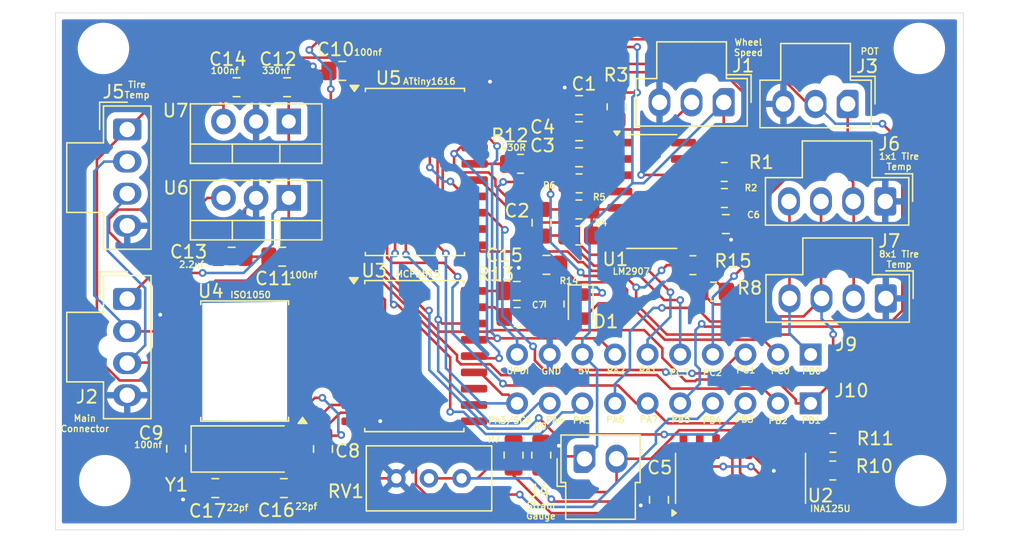
<source format=kicad_pcb>
(kicad_pcb (version 20240108) (generator "pcbnew") (generator_version "8.0")
  (title_block (title "Peripheral Board") (date "2025-05-05") (rev "4.1"))
  (layers (0 "F.Cu" signal) (31 "B.Cu" signal) (34 "B.Paste" user) (35 "F.Paste" user) (36 "B.SilkS" user "B.Silkscreen") (37 "F.SilkS" user "F.Silkscreen") (38 "B.Mask" user) (39 "F.Mask" user) (44 "Edge.Cuts" user))
  (net 0 "")
  (net 1 "Net-(J1-Pin_2)")
  (net 2 "GND")
  (net 3 "Net-(U1-IN+)")
  (net 4 "Net-(C4-Pad1)")
  (net 5 "+3V3")
  (net 6 "+5V")
  (net 7 "+12V")
  (net 8 "Net-(D1-A)")
  (net 9 "PB4")
  (net 10 "PB1")
  (net 11 "PA6")
  (net 12 "PC0")
  (net 13 "PA5")
  (net 14 "PB0")
  (net 15 "PB5")
  (net 16 "PA7")
  (net 17 "CANL")
  (net 18 "CANH")
  (net 19 "/Vin+")
  (net 20 "Net-(U1-TACH-)")
  (net 21 "Net-(U1-EMIT)")
  (net 22 "/Vin-")
  (net 23 "Net-(R10-Pad1)")
  (net 24 "Net-(R10-Pad2)")
  (net 25 "UPDI")
  (net 26 "Net-(U3-*RESET)")
  (net 32 "/VrefBG")
  (net 36 "CAN1_TX")
  (net 37 "PA2")
  (net 40 "PA1")
  (net 41 "Net-(U3-OSC2)")
  (net 42 "PA3{slash}SCK")
  (net 46 "CAN1_RX")
  (net 47 "PC3")
  (net 49 "Net-(U3-OSC1)")
  (net 50 "PA4")
  (net 51 "PC2")
  (net 52 "PC1")
  (net 53 "Net-(U5-~{RESET}{slash}PA0)")
  (net 54 "PB3")
  (net 55 "PB2")
  (footprint "Capacitor_SMD:C_0805_2012Metric_Pad1.18x1.45mm_HandSolder" (layer "F.Cu") (at 103.4288 102.997001 180)
    (property "Reference" "C16")
    (property "Value" "22 pF")
  )
  (footprint "Package_SO:SOIC-18W_7.5x11.6mm_P1.27mm" (layer "F.Cu") (at 113.5888 92.710001)
    (property "Reference" "U3")
    (property "Value" "MCP2515-I/SO")
  )
  (footprint "Connector_Molex:Molex_Nano-Fit_105309-xx03_1x03_P2.50mm_Vertical" (layer "F.Cu") (at 147.3308 73.058001 -90)
    (property "Reference" "J3")
    (property "Value" "Potentiometer")
  )
  (footprint "Capacitor_SMD:C_0805_2012Metric_Pad1.18x1.45mm_HandSolder" (layer "F.Cu") (at 95.0468 99.927501 90)
    (property "Reference" "C9")
    (property "Value" "100nF")
  )
  (footprint "Diode_SMD:D_0805_2012Metric" (layer "F.Cu") (at 126.5428 88.851501 -90)
    (property "Reference" "D1")
    (property "Value" "D")
  )
  (footprint "Capacitor_SMD:C_0805_2012Metric_Pad1.18x1.45mm_HandSolder" (layer "F.Cu") (at 106.4768 99.949001 90)
    (property "Reference" "C8")
    (property "Value" "100nF")
  )
  (footprint "Resistor_SMD:R_0805_2012Metric_Pad1.20x1.40mm_HandSolder" (layer "F.Cu") (at 123.4748 100.424001 90)
    (property "Reference" "R9")
    (property "Value" "120R")
  )
  (footprint "Resistor_SMD:R_0805_2012Metric_Pad1.20x1.40mm_HandSolder" (layer "F.Cu") (at 126.3998 81.280001 180)
    (property "Reference" "R5")
    (property "Value" "10K")
  )
  (footprint "Resistor_SMD:R_0805_2012Metric_Pad1.20x1.40mm_HandSolder" (layer "F.Cu") (at 135.2804 85.6234 180)
    (property "Reference" "R15")
    (property "Value" "4.7k")
  )
  (footprint "Package_SO:SOIC-20W_7.5x12.8mm_P1.27mm" (layer "F.Cu") (at 113.6378 78.359001)
    (property "Reference" "U5")
    (property "Value" "ATtiny1616-S")
  )
  (footprint "Capacitor_SMD:C_0805_2012Metric_Pad1.18x1.45mm_HandSolder" (layer "F.Cu") (at 123.8758 85.598001 180)
    (property "Reference" "C15")
    (property "Value" "100 nF")
  )
  (footprint "Crystal:Crystal_SMD_5032-2Pin_5.0x3.2mm_HandSoldering" (layer "F.Cu") (at 100.7618 99.949001)
    (property "Reference" "Y1")
    (property "Value" "STDCSU1-8M")
  )
  (footprint "Package_SO:SOIC-14_3.9x8.7mm_P1.27mm" (layer "F.Cu") (at 132.0688 79.883001)
    (property "Reference" "U1")
    (property "Value" "LM2907M/NOPB")
  )
  (footprint "Resistor_SMD:R_0805_2012Metric_Pad1.20x1.40mm_HandSolder" (layer "F.Cu") (at 146.1836 99.466401)
    (property "Reference" "R11")
    (property "Value" "60.4R")
  )
  (footprint "Capacitor_SMD:C_0805_2012Metric_Pad1.18x1.45mm_HandSolder" (layer "F.Cu") (at 103.3018 84.963001 180)
    (property "Reference" "C11")
    (property "Value" "100nF")
  )
  (footprint "Connector_PinHeader_2.54mm:PinHeader_1x10_P2.54mm_Vertical" (layer "F.Cu") (at 144.4498 92.583001 -90)
    (property "Reference" "J9")
    (property "Value" "Conn_01x10_Pin")
  )
  (footprint "Capacitor_SMD:C_0805_2012Metric_Pad1.18x1.45mm_HandSolder" (layer "F.Cu") (at 98.0948 102.997001 180)
    (property "Reference" "C17")
    (property "Value" "22 pF")
  )
  (footprint "MountingHole:MountingHole_3.5mm" (layer "F.Cu") (at 89.4842 102.412801)
    (property "Reference" "REF**" (hide yes))
    (property "Value" "MountingHole_3.5mm")
  )
  (footprint "Connector_Molex:Molex_Nano-Fit_105309-xx04_1x04_P2.50mm_Vertical" (layer "F.Cu") (at 150.2988 88.214201 -90)
    (property "Reference" "J7")
    (property "Value" "1x8 Tire Surface Temp Sensor")
  )
  (footprint "MountingHole:MountingHole_3.5mm" (layer "F.Cu") (at 89.3826 68.732401)
    (property "Reference" "REF**" (hide yes))
    (property "Value" "MountingHole_3.5mm")
  )
  (footprint "Package_TO_SOT_THT:TO-220-3_Vertical" (layer "F.Cu") (at 103.8098 74.422001 180)
    (property "Reference" "U7")
    (property "Value" "LM7805CV")
  )
  (footprint "Resistor_SMD:R_0805_2012Metric_Pad1.20x1.40mm_HandSolder" (layer "F.Cu") (at 126.3998 83.312001 180)
    (property "Reference" "R4")
    (property "Value" "100K")
  )
  (footprint "Capacitor_SMD:C_0805_2012Metric_Pad1.18x1.45mm_HandSolder" (layer "F.Cu") (at 126.4158 73.152001 180)
    (property "Reference" "C1")
    (property "Value" "10pF")
  )
  (footprint "Capacitor_SMD:C_0805_2012Metric_Pad1.18x1.45mm_HandSolder" (layer "F.Cu") (at 107.9793 70.485001)
    (property "Reference" "C10")
    (property "Value" "100nF")
  )
  (footprint "Package_SO:SOIC-16_3.9x9.9mm_P1.27mm" (layer "F.Cu") (at 138.9888 102.235001 90)
    (property "Reference" "U2")
    (property "Value" "INA125U")
  )
  (footprint "Resistor_SMD:R_0805_2012Metric_Pad1.20x1.40mm_HandSolder" (layer "F.Cu") (at 126.4158 79.248001 180)
    (property "Reference" "R6")
    (property "Value" "22K")
  )
  (footprint "Resistor_SMD:R_0805_2012Metric_Pad1.20x1.40mm_HandSolder" (layer "F.Cu") (at 124.5108 88.646001 -90)
    (property "Reference" "R14")
    (property "Value" "100R")
  )
  (footprint "MountingHole:MountingHole_3.5mm" (layer "F.Cu") (at 152.908 68.732401)
    (property "Reference" "REF**" (hide yes))
    (property "Value" "MountingHole_3.5mm")
  )
  (footprint "Capacitor_SMD:C_0805_2012Metric_Pad1.18x1.45mm_HandSolder" (layer "F.Cu") (at 103.6828 71.755001 180)
    (property "Reference" "C12")
    (property "Value" "330nF")
  )
  (footprint "Resistor_SMD:R_0805_2012Metric_Pad1.20x1.40mm_HandSolder" (layer "F.Cu") (at 137.7348 80.391001)
    (property "Reference" "R2")
    (property "Value" "10K")
  )
  (footprint "Connector_Molex:Molex_Nano-Fit_105309-xx03_1x03_P2.50mm_Vertical" (layer "F.Cu") (at 137.6788 72.931001 -90)
    (property "Reference" "J1")
    (property "Value" "ATS668LSM")
  )
  (footprint "Connector_Molex:Molex_Nano-Fit_105309-xx02_1x02_P2.50mm_Vertical" (layer "F.Cu") (at 126.8368 100.711001 90)
    (property "Reference" "J4")
    (property "Value" "Strain Gauge")
  )
  (footprint "Resistor_SMD:R_0805_2012Metric_Pad1.20x1.40mm_HandSolder" (layer "F.Cu") (at 121.8598 77.724001)
    (property "Reference" "R12")
    (property "Value" "430")
  )
  (footprint "Resistor_SMD:R_0805_2012Metric_Pad1.20x1.40mm_HandSolder" (layer "F.Cu") (at 129.3368 73.279001 -90)
    (property "Reference" "R3")
    (property "Value" "1K")
  )
  (footprint "Resistor_SMD:R_0805_2012Metric_Pad1.20x1.40mm_HandSolder" (layer "F.Cu") (at 121.3158 100.424001 90)
    (property "Reference" "R7")
    (property "Value" "120R")
  )
  (footprint "Capacitor_SMD:C_0805_2012Metric_Pad1.18x1.45mm_HandSolder" (layer "F.Cu") (at 121.5683 87.630001 180)
    (property "Reference" "C7")
    (property "Value" "100nF")
  )
  (footprint "Capacitor_SMD:C_0805_2012Metric_Pad1.18x1.45mm_HandSolder" (layer "F.Cu") (at 126.4158 75.184001 180)
    (property "Reference" "C4")
    (property "Value" "22nF")
  )
  (footprint "Resistor_SMD:R_0805_2012Metric_Pad1.20x1.40mm_HandSolder" (layer "F.Cu") (at 136.89 87.6808 180)
    (property "Reference" "R8")
    (property "Value" "4.7k")
  )
  (footprint "Capacitor_SMD:C_0805_2012Metric_Pad1.18x1.45mm_HandSolder" (layer "F.Cu") (at 123.4948 82.317501 90)
    (property "Reference" "C2")
    (property "Value" "100nF")
  )
  (footprint "MountingHole:MountingHole_3.5mm" (layer "F.Cu") (at 153.0096 102.412801)
    (property "Reference" "REF**" (hide yes))
    (property "Value" "MountingHole_3.5mm")
  )
  (footprint "Capacitor_SMD:C_0805_2012Metric_Pad1.18x1.45mm_HandSolder" (layer "F.Cu") (at 99.7458 71.755001)
    (property "Reference" "C14")
    (property "Value" "100nF")
  )
  (footprint "Capacitor_SMD:C_0805_2012Metric_Pad1.18x1.45mm_HandSolder" (layer "F.Cu") (at 99.3648 84.963001)
    (property "Reference" "C13")
    (property "Value" "2.2uF")
  )
  (footprint "Capacitor_SMD:C_0805_2012Metric_Pad1.18x1.45mm_HandSolder" (layer "F.Cu") (at 137.8458 82.423001)
    (property "Reference" "C6")
    (property "Value" "100nF")
  )
  (footprint "Connector_Molex:Molex_Nano-Fit_105309-xx04_1x04_P2.50mm_Vertical" (layer "F.Cu") (at 91.2368 75.050001)
    (property "Reference" "J5")
    (property "Value" "Tire temp Sensor")
  )
  (footprint "Connector_Molex:Molex_Nano-Fit_105309-xx04_1x04_P2.50mm_Vertical" (layer "F.Cu") (at 91.2368 88.258001)
    (property "Reference" "J2")
    (property "Value" "Main Connector")
  )
  (footprint "Capacitor_SMD:C_0805_2012Metric_Pad1.18x1.45mm_HandSolder" (layer "F.Cu") (at 126.4158 77.216001 180)
    (property "Reference" "C3")
    (property "Value" "100nF")
  )
  (footprint "Resistor_SMD:R_0805_2012Metric_Pad1.20x1.40mm_HandSolder" (layer "F.Cu") (at 137.7188 78.359001)
    (property "Reference" "R1")
    (property "Value" "22K")
  )
  (footprint "Potentiometer_THT:Potentiometer_Bourns_3296W_Vertical" (layer "F.Cu") (at 117.2718 102.235001)
    (property "Reference" "RV1")
    (property "Value" "200R")
  )
  (footprint "Connector_PinHeader_2.54mm:PinHeader_1x10_P2.54mm_Vertical" (layer "F.Cu") (at 144.4498 96.393001 -90)
    (property "Reference" "J10")
    (property "Value" "Conn_01x10_Pin")
  )
  (footprint "Resistor_SMD:R_0805_2012Metric_Pad1.20x1.40mm_HandSolder" (layer "F.Cu") (at 121.5898 89.662001)
    (property "Reference" "R13")
    (property "Value" "10K")
  )
  (footprint "Resistor_SMD:R_0805_2012Metric_Pad1.20x1.40mm_HandSolder" (layer "F.Cu") (at 146.1676 101.625401)
    (property "Reference" "R10")
    (property "Value" "Extra")
  )
  (footprint "Package_SO:SOP-8_6.62x9.15mm_P2.54mm" (layer "F.Cu") (at 100.3808 93.091001 180)
    (property "Reference" "U4")
    (property "Value" "ISO1050DUB")
  )
  (footprint "Connector_Molex:Molex_Nano-Fit_105309-xx04_1x04_P2.50mm_Vertical" (layer "F.Cu") (at 150.2572 80.652601 -90)
    (property "Reference" "J6")
    (property "Value" "1x1 Tire Air Temp Sensor")
  )
  (footprint "Package_TO_SOT_THT:TO-220-3_Vertical" (layer "F.Cu") (at 103.8098 80.382001 180)
    (property "Reference" "U6")
    (property "Value" "LF33CV")
  )
  (footprint "Capacitor_SMD:C_0805_2012Metric_Pad1.18x1.45mm_HandSolder" (layer "F.Cu") (at 132.6388 103.907501 90)
    (property "Reference" "C5")
    (property "Value" "100nF")
  )
  (gr_rect (start 85.6488 65.963801) (end 156.337 106.248201) (stroke (width 0.05)) (fill none) (layer "Edge.Cuts"))
  (gr_text "PB3" (at 139.2682 97.637601 0) (layer "F.SilkS") (effects (font (size 0.5 0.5) (thickness 0.1) (bold yes))))
  (gr_text "2.2uf" (at 96.2406 85.572601 0) (layer "F.SilkS") (effects (font (size 0.5 0.5) (thickness 0.1) (bold yes))))
  (gr_text "22pf" (at 105.1814 104.419401 0) (layer "F.SilkS") (effects (font (size 0.5 0.5) (thickness 0.1) (bold yes))))
  (gr_text "1x1 Tire\nTemp" (at 151.3332 77.546201 0) (layer "F.SilkS") (effects (font (size 0.5 0.5) (thickness 0.1) (bold yes))))
  (gr_text "GND" (at 124.2568 93.878401 0) (layer "F.SilkS") (effects (font (size 0.5 0.5) (thickness 0.1) (bold yes))))
  (gr_text "100nf" (at 98.8314 70.459601 0) (layer "F.SilkS") (effects (font (size 0.5 0.5) (thickness 0.1) (bold yes))))
  (gr_text "PA7" (at 131.8514 97.637601 0) (layer "F.SilkS") (effects (font (size 0.5 0.5) (thickness 0.1) (bold yes))))
  (gr_text "Strain\nGauge\n" (at 123.444 104.775001 0) (layer "F.SilkS") (effects (font (size 0.5 0.5) (thickness 0.1) (bold yes))))
  (gr_text "PA4" (at 124.5362 97.688401 0) (layer "F.SilkS") (effects (font (size 0.5 0.5) (thickness 0.1) (bold yes))))
  (gr_text "330nf" (at 102.8192 70.459601 0) (layer "F.SilkS") (effects (font (size 0.5 0.5) (thickness 0.1) (bold yes))))
  (gr_text "MCP2515" (at 113.8682 86.309201 0) (layer "F.SilkS") (effects (font (size 0.5 0.5) (thickness 0.1) (bold yes))))
  (gr_text "PA6" (at 129.2352 97.663001 0) (layer "F.SilkS") (effects (font (size 0.5 0.5) (thickness 0.1) (bold yes))))
  (gr_text "PA3/SCK" (at 121.0564 97.713801 0) (layer "F.SilkS") (effects (font (size 0.5 0.5) (thickness 0.1) (bold yes))))
  (gr_text "100nf" (at 92.8624 99.618801 0) (layer "F.SilkS") (effects (font (size 0.5 0.5) (thickness 0.1) (bold yes))))
  (gr_text "LM2907" (at 130.4798 86.106001 0) (layer "F.SilkS") (effects (font (size 0.5 0.5) (thickness 0.1) (bold yes))))
  (gr_text "5V" (at 126.7968 93.853001 0) (layer "F.SilkS") (effects (font (size 0.5 0.5) (thickness 0.1) (bold yes))))
  (gr_text "PA2" (at 129.286 93.853001 0) (layer "F.SilkS") (effects (font (size 0.5 0.5) (thickness 0.1) (bold yes))))
  (gr_text "PC0" (at 142.0876 93.853001 0) (layer "F.SilkS") (effects (font (size 0.5 0.5) (thickness 0.1) (bold yes))))
  (gr_text "PC2" (at 136.8 94 0) (layer "F.SilkS") (effects (font (size 0.5 0.5) (thickness 0.1) (bold yes))))
  (gr_text "PC1" (at 139.3952 93.802201 0) (layer "F.SilkS") (effects (font (size 0.5 0.5) (thickness 0.1) (bold yes))))
  (gr_text "Tire\nTemp" (at 91.9988 71.958201 0) (layer "F.SilkS") (effects (font (size 0.5 0.5) (thickness 0.1) (bold yes))))
  (gr_text "100nf" (at 104.9528 86.385401 0) (layer "F.SilkS") (effects (font (size 0.5 0.5) (thickness 0.1) (bold yes))))
  (gr_text "8x1 Tire\nTemp" (at 151.3332 85.166201 0) (layer "F.SilkS") (effects (font (size 0.5 0.5) (thickness 0.1) (bold yes))))
  (gr_text "INA125U" (at 145.9738 104.597201 0) (layer "F.SilkS") (effects (font (size 0.5 0.5) (thickness 0.1) (bold yes))))
  (gr_text "UPDI" (at 121.6406 93.853001 0) (layer "F.SilkS") (effects (font (size 0.5 0.5) (thickness 0.1) (bold yes))))
  (gr_text "PC3" (at 134.2 94 0) (layer "F.SilkS") (effects (font (size 0.5 0.5) (thickness 0.1) (bold yes))))
  (gr_text "Wheel\nSpeed" (at 139.5984 68.656201 0) (layer "F.SilkS") (effects (font (size 0.5 0.5) (thickness 0.1) (bold yes))))
  (gr_text "100nf" (at 109.982 69.037201 0) (layer "F.SilkS") (effects (font (size 0.5 0.5) (thickness 0.1) (bold yes))))
  (gr_text "Main\nConnector" (at 87.9348 97.967801 0) (layer "F.SilkS") (effects (font (size 0.5 0.5) (thickness 0.1) (bold yes))))
  (gr_text "PB4" (at 136.779 97.713801 0) (layer "F.SilkS") (effects (font (size 0.5 0.5) (thickness 0.1) (bold yes))))
  (gr_text "22pf" (at 99.822 104.521001 0) (layer "F.SilkS") (effects (font (size 0.5 0.5) (thickness 0.1) (bold yes))))
  (gr_text "PB0" (at 144.526 93.878401 0) (layer "F.SilkS") (effects (font (size 0.5 0.5) (thickness 0.1) (bold yes))))
  (gr_text "PA1" (at 131.7752 93.827601 0) (layer "F.SilkS") (effects (font (size 0.5 0.5) (thickness 0.1) (bold yes))))
  (gr_text "PA5" (at 126.6444 97.713801 0) (layer "F.SilkS") (effects (font (size 0.5 0.5) (thickness 0.1) (bold yes))))
  (gr_text "ATtiny1616" (at 114.7572 71.297801 0) (layer "F.SilkS") (effects (font (size 0.5 0.5) (thickness 0.1) (bold yes))))
  (gr_text "PB2" (at 141.9098 97.739201 0) (layer "F.SilkS") (effects (font (size 0.5 0.5) (thickness 0.1) (bold yes))))
  (gr_text "PB5" (at 134.3406 97.637601 0) (layer "F.SilkS") (effects (font (size 0.5 0.5) (thickness 0.1) (bold yes))))
  (gr_text "POT" (at 149.0472 68.961001 0) (layer "F.SilkS") (effects (font (size 0.5 0.5) (thickness 0.1) (bold yes))))
  (gr_text "ISO1050" (at 100.838 87.934801 0) (layer "F.SilkS") (effects (font (size 0.5 0.5) (thickness 0.1) (bold yes))))
  (gr_text "430R" (at 121.3104 76.454001 0) (layer "F.SilkS") (effects (font (size 0.5 0.5) (thickness 0.1) (bold yes))))
  (gr_text "PB1" (at 144.5006 97.713801 0) (layer "F.SilkS") (effects (font (size 0.5 0.5) (thickness 0.1) (bold yes))))
  (segment (start 133.0623 75.047501) (end 135.1788 72.931001) (width 0.2) (layer "F.Cu") (net 1))
  (segment (start 129.5938 76.073001) (end 129.5938 75.047501) (width 0.2) (layer "F.Cu") (net 1))
  (segment (start 129.5938 75.047501) (end 133.0623 75.047501) (width 0.2) (layer "F.Cu") (net 1))
  (segment (start 128.2098 73.152001) (end 127.4533 73.152001) (width 0.2) (layer "F.Cu") (net 1))
  (segment (start 129.3368 74.279001) (end 129.3368 74.790501) (width 0.2) (layer "F.Cu") (net 1))
  (segment (start 129.3368 74.279001) (end 128.2098 73.152001) (width 0.2) (layer "F.Cu") (net 1))
  (segment (start 129.3368 74.790501) (end 129.5938 75.047501) (width 0.2) (layer "F.Cu") (net 1))
  (segment (start 137.0838 104.317401) (end 137.0838 104.710001) (width 0.2) (layer "F.Cu") (net 2))
  (segment (start 106.9418 70.485001) (end 106.045001 70.485001) (width 0.2) (layer "F.Cu") (net 2))
  (segment (start 95.8558 89.0816) (end 98.104599 86.832801) (width 0.2) (layer "F.Cu") (net 2))
  (segment (start 125.3998 79.264001) (end 125.4158 79.248001) (width 0.2) (layer "F.Cu") (net 2))
  (segment (start 112.1918 102.235001) (end 107.2782 102.235001) (width 0.2) (layer "F.Cu") (net 2))
  (segment (start 98.104599 86.832801) (end 100.5451 86.832801) (width 0.2) (layer "F.Cu") (net 2))
  (segment (start 94.005399 89.281001) (end 95.8558 89.281001) (width 0.2) (layer "F.Cu") (net 2))
  (segment (start 134.5192 78.588401) (end 134.5438 78.613001) (width 0.2) (layer "F.Cu") (net 2))
  (segment (start 125.3783 71.8605) (end 125.2982 71.7804) (width 0.2) (layer "F.Cu") (net 2))
  (segment (start 100.4023 84.963001) (end 100.4023 81.249501) (width 0.2) (layer "F.Cu") (net 2))
  (segment (start 132.6388 102.922601) (end 131.2164 104.345001) (width 0.2) (layer "F.Cu") (net 2))
  (segment (start 138.8833 82.423001) (end 138.7348 82.274501) (width 0.2) (layer "F.Cu") (net 2))
  (segment (start 97.0573 102.997001) (end 96.469199 102.997001) (width 0.2) (layer "F.Cu") (net 2))
  (segment (start 107.2782 102.235001) (end 106.4768 101.433601) (width 0.2) (layer "F.Cu") (net 2))
  (segment (start 138.7348 82.274501) (end 138.7348 80.391001) (width 0.2) (layer "F.Cu") (net 2))
  (segment (start 106.045001 70.485001) (end 105.6894 70.1294) (width 0.2) (layer "F.Cu") (net 2))
  (segment (start 122.6058 85.830501) (end 122.8383 85.598001) (width 0.2) (layer "F.Cu") (net 2))
  (segment (start 123.4748 99.424001) (end 124.570001 99.424001) (width 0.2) (layer "F.Cu") (net 2))
  (segment (start 139.6238 99.760001) (end 139.6238 100.105553) (width 0.2) (layer "F.Cu") (net 2))
  (segment (start 108.9512 97.777601) (end 108.9388 97.790001) (width 0.2) (layer "F.Cu") (net 2))
  (segment (start 104.4663 102.997001) (end 106.0297 101.433601) (width 0.2) (layer "F.Cu") (net 2))
  (segment (start 95.8558 89.281001) (end 95.8558 89.0816) (width 0.2) (layer "F.Cu") (net 2))
  (segment (start 125.3783 75.184001) (end 125.3783 77.216001) (width 0.2) (layer "F.Cu") (net 2))
  (segment (start 132.6388 102.870001) (end 135.6364 102.870001) (width 0.2) (layer "F.Cu") (net 2))
  (segment (start 102.2643 84.963001) (end 104.9058 87.604501) (width 0.2) (layer "F.Cu") (net 2))
  (segment (start 101.2698 74.422001) (end 101.2698 71.755001) (width 0.2) (layer "F.Cu") (net 2))
  (segment (start 125.3783 73.152001) (end 125.3783 71.8605) (width 0.2) (layer "F.Cu") (net 2))
  (segment (start 101.2698 71.755001) (end 100.7833 71.755001) (width 0.2) (layer "F.Cu") (net 2))
  (segment (start 124.570001 99.424001) (end 124.841 99.695) (width 0.2) (layer "F.Cu") (net 2))
  (segment (start 122.6058 85.830501) (end 121.7123 85.830501) (width 0.2) (layer "F.Cu") (net 2))
  (segment (start 125.3783 73.152001) (end 125.3783 75.184001) (width 0.2) (layer "F.Cu") (net 2))
  (segment (start 106.4768 101.433601) (end 106.4768 100.986501) (width 0.2) (layer "F.Cu") (net 2))
  (segment (start 138.8833 83.0111) (end 138.2522 83.6422) (width 0.2) (layer "F.Cu") (net 2))
  (segment (start 132.6388 102.870001) (end 132.6388 102.922601) (width 0.2) (layer "F.Cu") (net 2))
  (segment (start 135.6364 102.870001) (end 137.0838 104.317401) (width 0.2) (layer "F.Cu") (net 2))
  (segment (start 97.0573 102.997001) (end 95.0468 100.986501) (width 0.2) (layer "F.Cu") (net 2))
  (segment (start 125.3998 81.280001) (end 125.3998 79.264001) (width 0.2) (layer "F.Cu") (net 2))
  (segment (start 102.2643 85.113601) (end 102.2643 84.963001) (width 0.2) (layer "F.Cu") (net 2))
  (segment (start 93.8022 89.4842) (end 94.005399 89.281001) (width 0.2) (layer "F.Cu") (net 2))
  (segment (start 141.169047 101.6508) (end 141.5796 101.6508) (width 0.2) (layer "F.Cu") (net 2))
  (segment (start 125.4158 79.248001) (end 125.3783 79.210501) (width 0.2) (layer "F.Cu") (net 2))
  (segment (start 96.469199 102.997001) (end 95.5802 103.886) (width 0.2) (layer "F.Cu") (net 2))
  (segment (start 139.6238 100.105553) (end 141.169047 101.6508) (width 0.2) (layer "F.Cu") (net 2))
  (segment (start 118.2878 72.644001) (end 118.2878 72.517) (width 0.2) (layer "F.Cu") (net 2))
  (segment (start 118.2878 72.517) (end 119.4816 71.3232) (width 0.2) (layer "F.Cu") (net 2))
  (segment (start 138.8833 82.423001) (end 138.8833 83.0111) (width 0.2) (layer "F.Cu") (net 2))
  (segment (start 100.4023 81.249501) (end 101.2698 80.382001) (width 0.2) (layer "F.Cu") (net 2))
  (segment (start 100.4023 84.963001) (end 102.2643 84.963001) (width 0.2) (layer "F.Cu") (net 2))
  (segment (start 125.3998 81.280001) (end 123.4948 81.280001) (width 0.2) (layer "F.Cu") (net 2))
  (segment (start 122.6058 87.630001) (end 122.6058 85.830501) (width 0.2) (layer "F.Cu") (net 2))
  (segment (start 95.0468 100.986501) (end 95.0468 100.965001) (width 0.2) (layer "F.Cu") (net 2))
  (segment (start 106.0297 101.433601) (end 106.4768 101.433601) (width 0.2) (layer "F.Cu") (net 2))
  (segment (start 110.9353 97.777601) (end 108.9512 97.777601) (width 0.2) (layer "F.Cu") (net 2))
  (segment (start 104.9058 87.604501) (end 104.9058 89.281001) (width 0.2) (layer "F.Cu") (net 2))
  (segment (start 131.2484 78.588401) (end 134.5192 78.588401) (width 0.2) (layer "F.Cu") (net 2))
  (segment (start 100.5451 86.832801) (end 102.2643 85.113601) (width 0.2) (layer "F.Cu") (net 2))
  (segment (start 125.3783 79.210501) (end 125.3783 77.216001) (width 0.2) (layer "F.Cu") (net 2))
  (segment (start 102.6453 71.755001) (end 101.2698 71.755001) (width 0.2) (layer "F.Cu") (net 2))
  (via (at 131.2484 78.588401) (size 0.6) (drill 0.3) (layers "F.Cu" "B.Cu") (net 2))
  (via (at 93.8022 89.4842) (size 0.6) (drill 0.3) (layers "F.Cu" "B.Cu") (net 2))
  (via (at 105.6894 70.1294) (size 0.6) (drill 0.3) (layers "F.Cu" "B.Cu") (net 2))
  (via (at 138.2522 83.6422) (size 0.6) (drill 0.3) (layers "F.Cu" "B.Cu") (net 2))
  (via (at 124.841 99.695) (size 0.6) (drill 0.3) (layers "F.Cu" "B.Cu") (net 2))
  (via (at 125.2982 71.7804) (size 0.6) (drill 0.3) (layers "F.Cu" "B.Cu") (net 2))
  (via (at 95.5802 103.886) (size 0.6) (drill 0.3) (layers "F.Cu" "B.Cu") (net 2))
  (via (at 131.2164 104.345001) (size 0.6) (drill 0.3) (layers "F.Cu" "B.Cu") (net 2))
  (via (at 121.7123 85.830501) (size 0.6) (drill 0.3) (layers "F.Cu" "B.Cu") (net 2))
  (via (at 119.4816 71.3232) (size 0.6) (drill 0.3) (layers "F.Cu" "B.Cu") (net 2))
  (via (at 110.9353 97.777601) (size 0.6) (drill 0.3) (layers "F.Cu" "B.Cu") (net 2))
  (via (at 141.5796 101.6508) (size 0.6) (drill 0.3) (layers "F.Cu" "B.Cu") (net 2))
  (segment (start 99.1018 82.550001) (end 101.2698 80.382001) (width 0.2) (layer "B.Cu") (net 2))
  (segment (start 132.6788 77.158001) (end 131.2484 78.588401) (width 0.2) (layer "B.Cu") (net 2))
  (segment (start 121.7123 85.830501) (end 121.7539 85.788901) (width 0.2) (layer "B.Cu") (net 2))
  (segment (start 123.227 87.345201) (end 121.7123 85.830501) (width 0.2) (layer "B.Cu") (net 2))
  (segment (start 91.2368 82.550001) (end 99.1018 82.550001) (width 0.2) (layer "B.Cu") (net 2))
  (segment (start 132.6788 72.931001) (end 132.6788 77.158001) (width 0.2) (layer "B.Cu") (net 2))
  (segment (start 129.2221 78.613001) (end 128.0508 78.613001) (width 0.2) (layer "F.Cu") (net 3))
  (segment (start 127.4533 77.216001) (end 128.8503 78.613001) (width 0.2) (layer "F.Cu") (net 3))
  (segment (start 128.8503 78.613001) (end 129.2221 78.613001) (width 0.2) (layer "F.Cu") (net 3))
  (segment (start 128.0508 78.613001) (end 127.4158 79.248001) (width 0.2) (layer "F.Cu") (net 3))
  (segment (start 128.9588 79.248001) (end 129.5938 79.883001) (width 0.2) (layer "F.Cu") (net 3))
  (segment (start 129.2221 78.613001) (end 129.5938 78.613001) (width 0.2) (layer "F.Cu") (net 3))
  (segment (start 127.4158 79.248001) (end 128.9588 79.248001) (width 0.2) (layer "F.Cu") (net 3))
  (segment (start 127.4533 75.184001) (end 127.4533 75.584601) (width 0.2) (layer "F.Cu") (net 4))
  (segment (start 127.4533 75.584601) (end 129.2117 77.343001) (width 0.2) (layer "F.Cu") (net 4))
  (segment (start 129.2117 77.343001) (end 129.5938 77.343001) (width 0.2) (layer "F.Cu") (net 4))
  (segment (start 96.565 81.292601) (end 97.4756 80.382001) (width 0.2) (layer "F.Cu") (net 5))
  (segment (start 98.7298 80.382001) (end 97.4756 80.382001) (width 0.2) (layer "F.Cu") (net 5))
  (segment (start 89.8223 82.021001) (end 90.5507 81.292601) (width 0.2) (layer "F.Cu") (net 5))
  (segment (start 90.5507 81.292601) (end 96.565 81.292601) (width 0.2) (layer "F.Cu") (net 5))
  (segment (start 98.3273 84.963001) (end 91.755 84.963001) (width 0.2) (layer "F.Cu") (net 5))
  (segment (start 91.755 84.963001) (end 89.8223 83.030301) (width 0.2) (layer "F.Cu") (net 5))
  (segment (start 89.8223 83.030301) (end 89.8223 82.021001) (width 0.2) (layer "F.Cu") (net 5))
  (segment (start 93.515301 94.608001) (end 90.645601 94.608001) (width 0.2) (layer "F.Cu") (net 6))
  (segment (start 130.9333 72.169801) (end 129.446 72.169801) (width 0.2) (layer "F.Cu") (net 6))
  (segment (start 106.4768 98.911501) (end 107.844499 98.911501) (width 0.2) (layer "F.Cu") (net 6))
  (segment (start 120.5308 87.630001) (end 118.2388 87.630001) (width 0.2) (layer "F.Cu") (net 6))
  (segment (start 137.7348 79.343001) (end 138.7188 78.359001) (width 0.2) (layer "F.Cu") (net 6))
  (segment (start 108.9878 70.514001) (end 109.0168 70.485001) (width 0.2) (layer "F.Cu") (net 6))
  (segment (start 128.087599 87.914001) (end 128.2192 87.7824) (width 0.2) (layer "F.Cu") (net 6))
  (segment (start 98.7083 73.099201) (end 93.1876 73.099201) (width 0.2) (layer "F.Cu") (net 6))
  (segment (start 121.3158 102.024001) (end 124.2368 104.945001) (width 0.2) (layer "F.Cu") (net 6))
  (segment (start 147.3308 77.894413) (end 146.917013 78.3082) (width 0.2) (layer "F.Cu") (net 6))
  (segment (start 95.8558 96.901001) (end 95.808301 96.901001) (width 0.2) (layer "F.Cu") (net 6))
  (segment (start 106.426 95.9612) (end 105.845601 95.9612) (width 0.2) (layer "F.Cu") (net 6))
  (segment (start 147.3308 73.058001) (end 147.3308 77.894413) (width 0.2) (layer "F.Cu") (net 6))
  (segment (start 110.8823 68.619501) (end 109.0168 70.485001) (width 0.2) (layer "F.Cu") (net 6))
  (segment (start 136.2804 86.0712) (end 137.89 87.6808) (width 0.2) (layer "F.Cu") (net 6))
  (segment (start 136.2804 85.6234) (end 136.2804 86.0712) (width 0.2) (layer "F.Cu") (net 6))
  (segment (start 98.7298 74.422001) (end 98.7298 73.120301) (width 0.2) (layer "F.Cu") (net 6))
  (segment (start 147.7572 80.652601) (end 147.7572 79.148387) (width 0.2) (layer "F.Cu") (net 6))
  (segment (start 108.9878 72.644001) (end 108.9878 70.514001) (width 0.2) (layer "F.Cu") (net 6))
  (segment (start 126.6498 100.524001) (end 122.2158 100.524001) (width 0.2) (layer "F.Cu") (net 6))
  (segment (start 126.5428 87.914001) (end 128.087599 87.914001) (width 0.2) (layer "F.Cu") (net 6))
  (segment (start 126.5428 87.914001) (end 124.7788 87.914001) (width 0.2) (layer "F.Cu") (net 6))
  (segment (start 123.5018 88.655001) (end 121.5558 88.655001) (width 0.2) (layer "F.Cu") (net 6))
  (segment (start 88.8746 92.837) (end 88.8746 77.412201) (width 0.2) (layer "F.Cu") (net 6))
  (segment (start 107.9826 69.450801) (end 109.0168 70.485001) (width 0.2) (layer "F.Cu") (net 6))
  (segment (start 126.8368 100.711001) (end 126.6498 100.524001) (width 0.2) (layer "F.Cu") (net 6))
  (segment (start 143.0782 78.3082) (end 140.462 80.9244) (width 0.2) (layer "F.Cu") (net 6))
  (segment (start 95.0468 98.890001) (end 95.0468 97.710001) (width 0.2) (layer "F.Cu") (net 6))
  (segment (start 95.4513 97.305501) (end 95.7067 97.050101) (width 0.2) (layer "F.Cu") (net 6))
  (segment (start 101.0125 69.450801) (end 107.9826 69.450801) (width 0.2) (layer "F.Cu") (net 6))
  (segment (start 136.2804 85.429601) (end 134.5438 83.693001) (width 0.2) (layer "F.Cu") (net 6))
  (segment (start 98.7294 73.120301) (end 98.7083 73.099201) (width 0.2) (layer "F.Cu") (net 6))
  (segment (start 105.845601 95.9612) (end 104.9058 96.901001) (width 0.2) (layer "F.Cu") (net 6))
  (segment (start 107.844499 98.911501) (end 107.8992 98.8568) (width 0.2) (layer "F.Cu") (net 6))
  (segment (start 124.5108 87.646001) (end 123.5018 88.655001) (width 0.2) (layer "F.Cu") (net 6))
  (segment (start 95.808301 96.901001) (end 93.515301 94.608001) (width 0.2) (layer "F.Cu") (net 6))
  (segment (start 130.9421 68.619501) (end 110.8823 68.619501) (width 0.2) (layer "F.Cu") (net 6))
  (segment (start 134.3088 104.945001) (end 134.5438 104.710001) (width 0.2) (layer "F.Cu") (net 6))
  (segment (start 137.6788 77.319001) (end 138.7188 78.359001) (width 0.2) (layer "F.Cu") (net 6))
  (segment (start 140.462 80.9244) (end 140.462 85.6234) (width 0.2) (layer "F.Cu") (net 6))
  (segment (start 137.89 87.6808) (end 138.4046 87.6808) (width 0.2) (layer "F.Cu") (net 6))
  (segment (start 95.4513 97.305501) (end 95.8558 96.901001) (width 0.2) (layer "F.Cu") (net 6))
  (segment (start 136.2804 85.6234) (end 136.2804 85.429601) (width 0.2) (layer "F.Cu") (net 6))
  (segment (start 122.2158 100.524001) (end 121.3158 101.424001) (width 0.2) (layer "F.Cu") (net 6))
  (segment (start 124.2368 104.945001) (end 132.6388 104.945001) (width 0.2) (layer "F.Cu") (net 6))
  (segment (start 147.7988 80.694201) (end 147.7572 80.652601) (width 0.2) (layer "F.Cu") (net 6))
  (segment (start 136.8083 82.423001) (end 137.7348 81.496501) (width 0.2) (layer "F.Cu") (net 6))
  (segment (start 129.446 72.169801) (end 129.3368 72.279001) (width 0.2) (layer "F.Cu") (net 6))
  (segment (start 134.5438 104.710001) (end 135.8138 104.710001) (width 0.2) (layer "F.Cu") (net 6))
  (segment (start 98.7083 73.099201) (end 98.7083 71.755001) (width 0.2) (layer "F.Cu") (net 6))
  (segment (start 137.6788 72.931001) (end 137.6788 77.319001) (width 0.2) (layer "F.Cu") (net 6))
  (segment (start 88.8746 77.412201) (end 91.2368 75.050001) (width 0.2) (layer "F.Cu") (net 6))
  (segment (start 134.5438 82.423001) (end 136.8083 82.423001) (width 0.2) (layer "F.Cu") (net 6))
  (segment (start 134.5438 83.693001) (end 134.5438 82.423001) (width 0.2) (layer "F.Cu") (net 6))
  (segment (start 93.1876 73.099201) (end 91.2368 75.050001) (width 0.2) (layer "F.Cu") (net 6))
  (segment (start 146.917013 78.3082) (end 143.0782 78.3082) (width 0.2) (layer "F.Cu") (net 6))
  (segment (start 147.7572 79.148387) (end 146.917013 78.3082) (width 0.2) (layer "F.Cu") (net 6))
  (segment (start 138.4046 87.6808) (end 140.462 85.6234) (width 0.2) (layer "F.Cu") (net 6))
  (segment (start 132.6388 104.945001) (end 134.3088 104.945001) (width 0.2) (layer "F.Cu") (net 6))
  (segment (start 98.7298 73.120301) (end 98.7294 73.120301) (width 0.2) (layer "F.Cu") (net 6))
  (segment (start 137.7348 81.496501) (end 137.7348 79.343001) (width 0.2) (layer "F.Cu") (net 6))
  (segment (start 147.7988 88.214201) (end 147.7988 80.694201) (width 0.2) (layer "F.Cu") (net 6))
  (segment (start 121.5558 88.655001) (end 120.5308 87.630001) (width 0.2) (layer "F.Cu") (net 6))
  (segment (start 121.3158 101.424001) (end 121.3158 102.024001) (width 0.2) (layer "F.Cu") (net 6))
  (segment (start 90.645601 94.608001) (end 88.8746 92.837) (width 0.2) (layer "F.Cu") (net 6))
  (segment (start 98.7083 71.755001) (end 101.0125 69.450801) (width 0.2) (layer "F.Cu") (net 6))
  (segment (start 124.7788 87.914001) (end 124.5108 87.646001) (width 0.2) (layer "F.Cu") (net 6))
  (segment (start 95.0468 97.710001) (end 95.4513 97.305501) (width 0.2) (layer "F.Cu") (net 6))
  (via (at 107.8992 98.8568) (size 0.6) (drill 0.3) (layers "F.Cu" "B.Cu") (net 6))
  (via (at 106.426 95.9612) (size 0.6) (drill 0.3) (layers "F.Cu" "B.Cu") (net 6))
  (via (at 130.9333 72.169801) (size 0.6) (drill 0.3) (layers "F.Cu" "B.Cu") (net 6))
  (via (at 128.2192 87.7824) (size 0.6) (drill 0.3) (layers "F.Cu" "B.Cu") (net 6))
  (via (at 130.9421 68.619501) (size 0.6) (drill 0.3) (layers "F.Cu" "B.Cu") (net 6))
  (segment (start 127.7874 87.3506) (end 127.2345 87.3506) (width 0.2) (layer "B.Cu") (net 6))
  (segment (start 127.1755 84.028701) (end 127.0092 83.862401) (width 0.2) (layer "B.Cu") (net 6))
  (segment (start 130.9421 68.619501) (end 130.9421 72.161001) (width 0.2) (layer "B.Cu") (net 6))
  (segment (start 107.6706 97.2058) (end 106.426 95.9612) (width 0.2) (layer "B.Cu") (net 6))
  (segment (start 127.2345 90.866601) (end 127.2345 87.3506) (width 0.2) (layer "B.Cu") (net 6))
  (segment (start 126.6698 92.583001) (end 127.8198 93.733001) (width 0.2) (layer "B.Cu") (net 6))
  (segment (start 126.6698 92.583001) (end 126.6698 91.431301) (width 0.2) (layer "B.Cu") (net 6))
  (segment (start 137.6788 73.008901) (end 137.6788 72.931001) (width 0.2) (layer "B.Cu") (net 6))
  (segment (start 107.6706 98.6282) (end 107.6706 97.2058) (width 0.2) (layer "B.Cu") (net 6))
  (segment (start 126.6698 91.431301) (end 127.2345 90.866601) (width 0.2) (layer "B.Cu") (net 6))
  (segment (start 107.8992 98.8568) (end 107.6706 98.6282) (width 0.2) (layer "B.Cu") (net 6))
  (segment (start 127.0092 83.862401) (end 127.0092 82.793201) (width 0.2) (layer "B.Cu") (net 6))
  (segment (start 130.5663 79.236101) (end 131.4516 79.236101) (width 0.2) (layer "B.Cu") (net 6))
  (segment (start 127.2345 84.087701) (end 127.1755 84.028701) (width 0.2) (layer "B.Cu") (net 6))
  (segment (start 128.2192 87.7824) (end 127.7874 87.3506) (width 0.2) (layer "B.Cu") (net 6))
  (segment (start 130.5663 72.536801) (end 130.9333 72.169801) (width 0.2) (layer "B.Cu") (net 6))
  (segment (start 127.8198 99.728001) (end 126.8368 100.711001) (width 0.2) (layer "B.Cu") (net 6))
  (segment (start 130.9421 72.161001) (end 130.9333 72.169801) (width 0.2) (layer "B.Cu") (net 6))
  (segment (start 131.4516 79.236101) (end 137.6788 73.008901) (width 0.2) (layer "B.Cu") (net 6))
  (segment (start 127.2345 87.3506) (end 127.2345 84.087701) (width 0.2) (layer "B.Cu") (net 6))
  (segment (start 127.0092 82.793201) (end 130.5663 79.236101) (width 0.2) (layer "B.Cu") (net 6))
  (segment (start 127.8198 93.733001) (end 127.8198 99.728001) (width 0.2) (layer "B.Cu") (net 6))
  (segment (start 130.5663 79.236101) (end 130.5663 72.536801) (width 0.2) (layer "B.Cu") (net 6))
  (segment (start 103.8098 84.433501) (end 103.8098 80.382001) (width 0.2) (layer "F.Cu") (net 7))
  (segment (start 97.1042 86.231101) (end 93.2637 86.231101) (width 0.2) (layer "F.Cu") (net 7))
  (segment (start 103.8098 72.665501) (end 104.7203 71.755001) (width 0.2) (layer "F.Cu") (net 7))
  (segment (start 103.8098 74.422001) (end 103.8098 80.382001) (width 0.2) (layer "F.Cu") (net 7))
  (segment (start 103.8098 74.422001) (end 103.8098 72.665501) (width 0.2) (layer "F.Cu") (net 7))
  (segment (start 104.3393 84.963001) (end 103.8098 84.433501) (width 0.2) (layer "F.Cu") (net 7))
  (segment (start 93.2637 86.231101) (end 91.2368 88.258001) (width 0.2) (layer "F.Cu") (net 7))
  (via (at 97.1042 86.231101) (size 0.6) (drill 0.3) (layers "F.Cu" "B.Cu") (net 7))
  (segment (start 102.5556 81.636201) (end 103.8098 80.382001) (width 0.2) (layer "B.Cu") (net 7))
  (segment (start 100.2959 86.231101) (end 102.5556 83.971401) (width 0.2) (layer "B.Cu") (net 7))
  (segment (start 102.5556 83.971401) (end 102.5556 81.636201) (width 0.2) (layer "B.Cu") (net 7))
  (segment (start 97.1042 86.231101) (end 100.2959 86.231101) (width 0.2) (layer "B.Cu") (net 7))
  (segment (start 126.2694 86.954101) (end 128.9744 86.954101) (width 0.2) (layer "F.Cu") (net 8))
  (segment (start 129.1456 88.596001) (end 129.754 87.987601) (width 0.2) (layer "F.Cu") (net 8))
  (segment (start 125.4553 89.646001) (end 126.8899 89.646001) (width 0.2) (layer "F.Cu") (net 8))
  (segment (start 126.5428 89.789001) (end 126.3998 89.646001) (width 0.2) (layer "F.Cu") (net 8))
  (segment (start 126.8899 89.646001) (end 127.9399 88.596001) (width 0.2) (layer "F.Cu") (net 8))
  (segment (start 126.3998 89.646001) (end 125.4553 89.646001) (width 0.2) (layer "F.Cu") (net 8))
  (segment (start 129.754 87.987601) (end 129.754 87.733701) (width 0.2) (layer "F.Cu") (net 8))
  (segment (start 128.9744 86.954101) (end 129.754 87.733701) (width 0.2) (layer "F.Cu") (net 8))
  (segment (start 124.5108 89.646001) (end 122.6058 89.646001) (width 0.2) (layer "F.Cu") (net 8))
  (segment (start 122.6058 89.646001) (end 122.5898 89.662001) (width 0.2) (layer "F.Cu") (net 8))
  (segment (start 127.9399 88.596001) (end 129.1456 88.596001) (width 0.2) (layer "F.Cu") (net 8))
  (segment (start 125.4553 89.646001) (end 124.5108 89.646001) (width 0.2) (layer "F.Cu") (net 8))
  (segment (start 124.9133 85.598001) (end 126.2694 86.954101) (width 0.2) (layer "F.Cu") (net 8))
  (segment (start 107.962801 80.264001) (end 107.2 81.026802) (width 0.2) (layer "F.Cu") (net 9))
  (segment (start 114.5 103.5) (end 121.8 103.5) (width 0.2) (layer "F.Cu") (net 9))
  (segment (start 113.7118 99.705572) (end 113.7118 102.7118) (width 0.2) (layer "F.Cu") (net 9))
  (segment (start 109.274351 86.3) (end 111.3 88.325649) (width 0.2) (layer "F.Cu") (net 9))
  (segment (start 111.3 97.293772) (end 113.7118 99.705572) (width 0.2) (layer "F.Cu") (net 9))
  (segment (start 107.2 81.026802) (end 107.2 84.517439) (width 0.2) (layer "F.Cu") (net 9))
  (segment (start 108.982561 86.3) (end 109.274351 86.3) (width 0.2) (layer "F.Cu") (net 9))
  (segment (start 111.3 88.325649) (end 111.3 97.293772) (width 0.2) (layer "F.Cu") (net 9))
  (segment (start 113.7118 102.7118) (end 114.5 103.5) (width 0.2) (layer "F.Cu") (net 9))
  (segment (start 107.2 84.517439) (end 108.982561 86.3) (width 0.2) (layer "F.Cu") (net 9))
  (segment (start 108.9878 80.264001) (end 107.962801 80.264001) (width 0.2) (layer "F.Cu") (net 9))
  (via (at 121.8 103.5) (size 0.6) (drill 0.3) (layers "F.Cu" "B.Cu") (net 9))
  (segment (start 127.461246 104.462901) (end 132.4 99.524147) (width 0.2) (layer "B.Cu") (net 9))
  (segment (start 122.762901 104.462901) (end 127.461246 104.462901) (width 0.2) (layer "B.Cu") (net 9))
  (segment (start 135.622801 97.6) (end 136.8298 96.393001) (width 0.2) (layer "B.Cu") (net 9))
  (segment (start 133.413472 97.6) (end 135.622801 97.6) (width 0.2) (layer "B.Cu") (net 9))
  (segment (start 121.8 103.5) (end 122.762901 104.462901) (width 0.2) (layer "B.Cu") (net 9))
  (segment (start 132.4 99.524147) (end 132.4 98.613472) (width 0.2) (layer "B.Cu") (net 9))
  (segment (start 132.4 98.613472) (end 133.413472 97.6) (width 0.2) (layer "B.Cu") (net 9))
  (segment (start 144.4498 96.393001) (end 146.2 94.642801) (width 0.2) (layer "F.Cu") (net 10))
  (segment (start 119.4805 90.805001) (end 115.5322 90.805001) (width 0.2) (layer "F.Cu") (net 10))
  (segment (start 132.9027 92.098201) (end 131.492 90.687501) (width 0.2) (layer "F.Cu") (net 10))
  (segment (start 135.89 87.6808) (end 136.89 88.6808) (width 0.2) (layer "F.Cu") (net 10))
  (segment (start 135.579729 94.5388) (end 135.462329 94.6562) (width 0.2) (layer "F.Cu") (net 10))
  (segment (start 145.2572 80.652601) (end 145.2572 88.172601) (width 0.2) (layer "F.Cu") (net 10))
  (segment (start 143.2981 96.105001) (end 141.884299 94.6912) (width 0.2) (layer "F.Cu") (net 10))
  (segment (start 108.9878 84.260601) (end 108.9878 84.074001) (width 0.2) (layer "F.Cu") (net 10))
  (segment (start 135.462329 94.6562) (end 134.714699 94.6562) (width 0.2) (layer "F.Cu") (net 10))
  (segment (start 119.598 90.687501) (end 119.4805 90.805001) (width 0.2) (layer "F.Cu") (net 10))
  (segment (start 141.389256 89.614201) (end 140.455855 88.6808) (width 0.2) (layer "F.Cu") (net 10))
  (segment (start 143.8988 89.614201) (end 141.389256 89.614201) (width 0.2) (layer "F.Cu") (net 10))
  (segment (start 137.268486 94.6912) (end 137.116086 94.5388) (width 0.2) (layer "F.Cu") (net 10))
  (segment (start 144.4498 96.393001) (end 143.2981 96.393001) (width 0.2) (layer "F.Cu") (net 10))
  (segment (start 115.5322 90.805001) (end 108.9878 84.260601) (width 0.2) (layer "F.Cu") (net 10))
  (segment (start 136.89 88.6808) (end 140.455855 88.6808) (width 0.2) (layer "F.Cu") (net 10))
  (segment (start 145.2988 88.214201) (end 143.8988 89.614201) (width 0.2) (layer "F.Cu") (net 10))
  (segment (start 146.2 94.642801) (end 146.2 91.014201) (width 0.2) (layer "F.Cu") (net 10))
  (segment (start 137.116086 94.5388) (end 135.579729 94.5388) (width 0.2) (layer "F.Cu") (net 10))
  (segment (start 141.884299 94.6912) (end 137.268486 94.6912) (width 0.2) (layer "F.Cu") (net 10))
  (segment (start 131.492 90.687501) (end 119.598 90.687501) (width 0.2) (layer "F.Cu") (net 10))
  (segment (start 143.2981 96.393001) (end 143.2981 96.105001) (width 0.2) (layer "F.Cu") (net 10))
  (segment (start 132.9027 92.844201) (end 132.9027 92.098201) (width 0.2) (layer "F.Cu") (net 10))
  (segment (start 134.714699 94.6562) (end 132.9027 92.844201) (width 0.2) (layer "F.Cu") (net 10))
  (segment (start 145.2572 88.172601) (end 145.2988 88.214201) (width 0.2) (layer "F.Cu") (net 10))
  (via (at 146.2 91.014201) (size 0.6) (drill 0.3) (layers "F.Cu" "B.Cu") (net 10))
  (segment (start 145.2988 89.7988) (end 145.2988 88.214201) (width 0.2) (layer "B.Cu") (net 10))
  (segment (start 146.2 91.014201) (end 146.2 90.7) (width 0.2) (layer "B.Cu") (net 10))
  (segment (start 146.2 90.7) (end 145.2988 89.7988) (width 0.2) (layer "B.Cu") (net 10))
  (segment (start 111.677671 73.314001) (end 115.048771 69.942901) (width 0.2) (layer "F.Cu") (net 11))
  (segment (start 151.5872 76.1492) (end 150.0378 74.5998) (width 0.2) (layer "F.Cu") (net 11))
  (segment (start 131.9106 69.942901) (end 132.3123 69.541201) (width 0.2) (layer "F.Cu") (net 11))
  (segment (start 140.7078 69.541201) (end 144.2246 73.058001) (width 0.2) (layer "F.Cu") (net 11))
  (segment (start 132.8674 88.9508) (end 135.570129 88.9508) (width 0.2) (layer "F.Cu") (net 11))
  (segment (start 115.048771 69.942901) (end 131.9106 69.942901) (width 0.2) (layer "F.Cu") (net 11))
  (segment (start 132.3123 69.541201) (end 140.7078 69.541201) (width 0.2) (layer "F.Cu") (net 11))
  (segment (start 107.6628 76.154) (end 107.6628 73.5154) (width 0.2) (layer "F.Cu") (net 11))
  (segment (start 135.570129 88.9508) (end 136.63353 90.014201) (width 0.2) (layer "F.Cu") (net 11))
  (segment (start 107.864199 73.314001) (end 111.677671 73.314001) (width 0.2) (layer "F.Cu") (net 11))
  (segment (start 107.6628 73.5154) (end 107.864199 73.314001) (width 0.2) (layer "F.Cu") (net 11))
  (segment (start 136.63353 90.014201) (end 150.733544 90.014201) (width 0.2) (layer "F.Cu") (net 11))
  (segment (start 108.9878 76.454001) (end 107.962801 76.454001) (width 0.2) (layer "F.Cu") (net 11))
  (segment (start 150.733544 90.014201) (end 151.5872 89.160545) (width 0.2) (layer "F.Cu") (net 11))
  (segment (start 151.5872 89.160545) (end 151.5872 76.1492) (width 0.2) (layer "F.Cu") (net 11))
  (segment (start 144.2246 73.058001) (end 144.8308 73.058001) (width 0.2) (layer "F.Cu") (net 11))
  (segment (start 107.962801 76.454001) (end 107.6628 76.154) (width 0.2) (layer "F.Cu") (net 11))
  (via (at 132.8674 88.9508) (size 0.6) (drill 0.3) (layers "F.Cu" "B.Cu") (net 11))
  (via (at 150.0378 74.5998) (size 0.6) (drill 0.3) (layers "F.Cu" "B.Cu") (net 11))
  (segment (start 132.207 88.9508) (end 130.3746 90.7832) (width 0.2) (layer "B.Cu") (net 11))
  (segment (start 150.0378 74.5998) (end 146.372599 74.5998) (width 0.2) (layer "B.Cu") (net 11))
  (segment (start 146.372599 74.5998) (end 144.8308 73.058001) (width 0.2) (layer "B.Cu") (net 11))
  (segment (start 132.8674 88.9508) (end 132.207 88.9508) (width 0.2) (layer "B.Cu") (net 11))
  (segment (start 130.3746 93.723101) (end 129.2098 94.887901) (width 0.2) (layer "B.Cu") (net 11))
  (segment (start 130.3746 90.7832) (end 130.3746 93.723101) (width 0.2) (layer "B.Cu") (net 11))
  (segment (start 129.2098 94.887901) (end 129.2098 96.393001) (width 0.2) (layer "B.Cu") (net 11))
  (segment (start 123.7996 77.079057) (end 121.304544 74.584001) (width 0.2) (layer "F.Cu") (net 12))
  (segment (start 130.154 88.498) (end 133.089001 91.433001) (width 0.2) (layer "F.Cu") (net 12))
  (segment (start 117.160599 74.584001) (end 115.7986 75.946) (width 0.2) (layer "F.Cu") (net 12))
  (segment (start 124.2 78.769345) (end 123.7996 78.368945) (width 0.2) (layer "F.Cu") (net 12))
  (segment (start 124.2 80.1) (end 124.2 78.769345) (width 0.2) (layer "F.Cu") (net 12))
  (segment (start 117.038371 82.804001) (end 118.2878 82.804001) (width 0.2) (layer "F.Cu") (net 12))
  (segment (start 140.7598 91.433001) (end 141.9098 92.583001) (width 0.2) (layer "F.Cu") (net 12))
  (segment (start 126.5428 86.182201) (end 126.8247 86.464101) (width 0.2) (layer "F.Cu") (net 12))
  (segment (start 126.8247 86.464101) (end 129.0828 86.464101) (width 0.2) (layer "F.Cu") (net 12))
  (segment (start 115.7986 81.56423) (end 117.038371 82.804001) (width 0.2) (layer "F.Cu") (net 12))
  (segment (start 121.304544 74.584001) (end 117.160599 74.584001) (width 0.2) (layer "F.Cu") (net 12))
  (segment (start 129.0828 86.464101) (end 130.154 87.535301) (width 0.2) (layer "F.Cu") (net 12))
  (segment (start 133.089001 91.433001) (end 140.7598 91.433001) (width 0.2) (layer "F.Cu") (net 12))
  (segment (start 123.7996 78.368945) (end 123.7996 77.079057) (width 0.2) (layer "F.Cu") (net 12))
  (segment (start 130.154 87.535301) (end 130.154 88.498) (width 0.2) (layer "F.Cu") (net 12))
  (segment (start 115.7986 75.946) (end 115.7986 81.56423) (width 0.2) (layer "F.Cu") (net 12))
  (via (at 124.2 80.1) (size 0.6) (drill 0.3) (layers "F.Cu" "B.Cu") (net 12))
  (via (at 126.5428 86.182201) (size 0.6) (drill 0.3) (layers "F.Cu" "B.Cu") (net 12))
  (segment (start 124.2 83.839401) (end 126.5428 86.182201) (width 0.2) (layer "B.Cu") (net 12))
  (segment (start 124.2 80.1) (end 124.2 83.839401) (width 0.2) (layer "B.Cu") (net 12))
  (segment (start 108.9878 75.184001) (end 109.778801 75.184001) (width 0.2) (layer "F.Cu") (net 13))
  (segment (start 112.0902 79.235716) (end 112.0902 84.709) (width 0.2) (layer "F.Cu") (net 13))
  (segment (start 112.268 88.6968) (end 116.3828 92.8116) (width 0.2) (layer "F.Cu") (net 13))
  (segment (start 109.778801 75.184001) (end 110.4646 75.8698) (width 0.2) (layer "F.Cu") (net 13))
  (segment (start 111.9886 88.6968) (end 112.268 88.6968) (width 0.2) (layer "F.Cu") (net 13))
  (segment (start 116.3828 92.8116) (end 116.3828 97.0534) (width 0.2) (layer "F.Cu") (net 13))
  (segment (start 110.4646 75.8698) (end 110.4646 77.610116) (width 0.2) (layer "F.Cu") (net 13))
  (segment (start 110.4646 77.610116) (end 112.0902 79.235716) (width 0.2) (layer "F.Cu") (net 13))
  (via (at 116.3828 97.0534) (size 0.6) (drill 0.3) (layers "F.Cu" "B.Cu") (net 13))
  (via (at 112.0902 84.709) (size 0.6) (drill 0.3) (layers "F.Cu" "B.Cu") (net 13))
  (via (at 111.9886 88.6968) (size 0.6) (drill 0.3) (layers "F.Cu" "B.Cu") (net 13))
  (segment (start 125.1076 97.0914) (end 125.971401 97.0914) (width 0.2) (layer "B.Cu") (net 13))
  (segment (start 125.0695 97.1295) (end 123.4179 98.781101) (width 0.2) (layer "B.Cu") (net 13))
  (segment (start 111.7825 88.4907) (end 111.7825 85.0138) (width 0.2) (layer "B.Cu") (net 13))
  (segment (start 125.971401 97.0914) (end 126.6698 96.393001) (width 0.2) (layer "B.Cu") (net 13))
  (segment (start 116.3828 97.0534) (end 117.412799 97.0534) (width 0.2) (layer "B.Cu") (net 13))
  (segment (start 117.412799 97.0534) (end 119.1405 98.781101) (width 0.2) (layer "B.Cu") (net 13))
  (segment (start 111.9886 88.6968) (end 111.7825 88.4907) (width 0.2) (layer "B.Cu") (net 13))
  (segment (start 112.0873 84.709) (end 112.0902 84.709) (width 0.2) (layer "B.Cu") (net 13))
  (segment (start 125.0695 97.1295) (end 125.1076 97.0914) (width 0.2) (layer "B.Cu") (net 13))
  (segment (start 111.7825 85.0138) (end 112.0873 84.709) (width 0.2) (layer "B.Cu") (net 13))
  (segment (start 123.4179 98.781101) (end 119.1405 98.781101) (width 0.2) (layer "B.Cu") (net 13))
  (segment (start 142.7988 88.214201) (end 142.7988 80.694201) (width 0.2) (layer "F.Cu") (net 14))
  (segment (start 127.3954 86.064101) (end 129.574301 86.064101) (width 0.2) (layer "F.Cu") (net 14))
  (segment (start 130.8608 87.3506) (end 130.8608 88.639114) (width 0.2) (layer "F.Cu") (net 14))
  (segment (start 133.254687 91.033001) (end 142.8998 91.033001) (width 0.2) (layer "F.Cu") (net 14))
  (segment (start 133.2484 85.6234) (end 132.842 86.0298) (width 0.2) (layer "F.Cu") (net 14))
  (segment (start 129.574301 86.064101) (end 130.8608 87.3506) (width 0.2) (layer "F.Cu") (net 14))
  (segment (start 126.7196 85.388301) (end 127.3954 86.064101) (width 0.2) (layer "F.Cu") (net 14))
  (segment (start 134.2804 85.6234) (end 133.2484 85.6234) (width 0.2) (layer "F.Cu") (net 14))
  (segment (start 142.8998 91.033001) (end 144.4498 92.583001) (width 0.2) (layer "F.Cu") (net 14))
  (segment (start 142.7988 80.694201) (end 142.7572 80.652601) (width 0.2) (layer "F.Cu") (net 14))
  (segment (start 125.5306 84.557501) (end 126.3614 85.388301) (width 0.2) (layer "F.Cu") (net 14))
  (segment (start 130.8608 88.639114) (end 133.254687 91.033001) (width 0.2) (layer "F.Cu") (net 14))
  (segment (start 126.3614 85.388301) (end 126.7196 85.388301) (width 0.2) (layer "F.Cu") (net 14))
  (segment (start 118.7713 84.557501) (end 125.5306 84.557501) (width 0.2) (layer "F.Cu") (net 14))
  (segment (start 118.2878 84.074001) (end 118.7713 84.557501) (width 0.2) (layer "F.Cu") (net 14))
  (via (at 132.842 86.0298) (size 0.6) (drill 0.3) (layers "F.Cu" "B.Cu") (net 14))
  (via (at 130.8608 87.3506) (size 0.6) (drill 0.3) (layers "F.Cu" "B.Cu") (net 14))
  (segment (start 142.7988 88.214201) (end 142.7988 90.932001) (width 0.2) (layer "B.Cu") (net 14))
  (segment (start 142.7988 90.932001) (end 144.4498 92.583001) (width 0.2) (layer "B.Cu") (net 14))
  (segment (start 132.842 86.0298) (end 131.5212 87.3506) (width 0.2) (layer "B.Cu") (net 14))
  (segment (start 131.5212 87.3506) (end 130.8608 87.3506) (width 0.2) (layer "B.Cu") (net 14))
  (segment (start 107.0864 77.488153) (end 108.592248 78.994001) (width 0.2) (layer "F.Cu") (net 15))
  (segment (start 145.845101 68.019501) (end 106.2413 68.019501) (width 0.2) (layer "F.Cu") (net 15))
  (segment (start 151.464915 90.414201) (end 152.3872 89.491916) (width 0.2) (layer "F.Cu") (net 15))
  (segment (start 108.592248 78.994001) (end 108.9878 78.994001) (width 0.2) (layer "F.Cu") (net 15))
  (segment (start 152.3872 89.491916) (end 152.3872 74.5616) (width 0.2) (layer "F.Cu") (net 15))
  (segment (start 136.185001 90.414201) (end 151.464915 90.414201) (width 0.2) (layer "F.Cu") (net 15))
  (segment (start 107.0864 71.9) (end 107.0864 77.488153) (width 0.2) (layer "F.Cu") (net 15))
  (segment (start 135.9662 90.1954) (end 136.185001 90.414201) (width 0.2) (layer "F.Cu") (net 15))
  (segment (start 106.2413 68.019501) (end 105.41 68.850801) (width 0.2) (layer "F.Cu") (net 15))
  (segment (start 152.3872 74.5616) (end 145.845101 68.019501) (width 0.2) (layer "F.Cu") (net 15))
  (via (at 107.0864 71.9) (size 0.6) (drill 0.3) (layers "F.Cu" "B.Cu") (net 15))
  (via (at 105.41 68.850801) (size 0.6) (drill 0.3) (layers "F.Cu" "B.Cu") (net 15))
  (via (at 135.9662 90.1954) (size 0.6) (drill 0.3) (layers "F.Cu" "B.Cu") (net 15))
  (segment (start 135.4836 90.678) (end 135.9662 90.1954) (width 0.2) (layer "B.Cu") (net 15))
  (segment (start 107.0864 71.9) (end 107.0864 70.527201) (width 0.2) (layer "B.Cu") (net 15))
  (segment (start 135.4804 93.3926) (end 135.4804 91.5194) (width 0.2) (layer "B.Cu") (net 15))
  (segment (start 135.8138 93.726) (end 135.4804 93.3926) (width 0.2) (layer "B.Cu") (net 15))
  (segment (start 134.2898 96.393001) (end 135.8138 94.869001) (width 0.2) (layer "B.Cu") (net 15))
  (segment (start 107.0864 70.527201) (end 105.41 68.850801) (width 0.2) (layer "B.Cu") (net 15))
  (segment (start 135.8138 94.869001) (end 135.8138 93.726) (width 0.2) (layer "B.Cu") (net 15))
  (segment (start 135.4836 91.5162) (end 135.4836 90.678) (width 0.2) (layer "B.Cu") (net 15))
  (segment (start 135.4804 91.5194) (end 135.4836 91.5162) (width 0.2) (layer "B.Cu") (net 15))
  (segment (start 120.637899 95) (end 129.473598 95) (width 0.2) (layer "F.Cu") (net 16))
  (segment (start 140.8938 99.390301) (end 140.8938 99.760001) (width 0.2) (layer "F.Cu") (net 16))
  (segment (start 108.9878 77.724001) (end 110.012799 77.724001) (width 0.2) (layer "F.Cu") (net 16))
  (segment (start 130.866599 96.393001) (end 131.7498 96.393001) (width 0.2) (layer "F.Cu") (net 16))
  (segment (start 133.3032 97.946401) (end 139.4499 97.946401) (width 0.2) (layer "F.Cu") (net 16))
  (segment (start 115.896072 85.441472) (end 116.967 86.5124) (width 0.2) (layer "F.Cu") (net 16))
  (segment (start 140.8938 99.760001) (end 142.1638 99.760001) (width 0.2) (layer "F.Cu") (net 16))
  (segment (start 120.4892 94.851301) (end 120.637899 95) (width 0.2) (layer "F.Cu") (net 16))
  (segment (start 111.471 85.046743) (end 111.865729 85.441472) (width 0.2) (layer "F.Cu") (net 16))
  (segment (start 110.012799 77.724001) (end 111.471 79.182202) (width 0.2) (layer "F.Cu") (net 16))
  (segment (start 131.7498 96.393001) (end 133.3032 97.946401) (width 0.2) (layer "F.Cu") (net 16))
  (segment (start 129.473598 95) (end 130.866599 96.393001) (width 0.2) (layer "F.Cu") (net 16))
  (segment (start 111.471 79.182202) (end 111.471 85.046743) (width 0.2) (layer "F.Cu") (net 16))
  (segment (start 139.4499 97.946401) (end 140.8938 99.390301) (width 0.2) (layer "F.Cu") (net 16))
  (segment (start 111.865729 85.441472) (end 115.896072 85.441472) (width 0.2) (layer "F.Cu") (net 16))
  (via (at 120.4892 94.851301) (size 0.6) (drill 0.3) (layers "F.Cu" "B.Cu") (net 16))
  (via (at 116.967 86.5124) (size 0.6) (drill 0.3) (layers "F.Cu" "B.Cu") (net 16))
  (segment (start 116.5606 90.922701) (end 120.4892 94.851301) (width 0.2) (layer "B.Cu") (net 16))
  (segment (start 116.967 86.5124) (end 116.967 86.9696) (width 0.2) (layer "B.Cu") (net 16))
  (segment (start 116.5606 87.376) (end 116.5606 90.922701) (width 0.2) (layer "B.Cu") (net 16))
  (segment (start 116.967 86.9696) (end 116.5606 87.376) (width 0.2) (layer "B.Cu") (net 16))
  (segment (start 95.8558 91.821001) (end 94.814399 90.7796) (width 0.2) (layer "F.Cu") (net 17))
  (segment (start 94.814399 90.7796) (end 91.258399 90.7796) (width 0.2) (layer "F.Cu") (net 17))
  (segment (start 91.258399 90.7796) (end 91.2368 90.758001) (width 0.2) (layer "F.Cu") (net 17))
  (segment (start 88.6645 78.317101) (end 88.6645 87.973501) (width 0.2) (layer "B.Cu") (net 17))
  (segment (start 91.2368 77.550001) (end 89.4316 77.550001) (width 0.2) (layer "B.Cu") (net 17))
  (segment (start 88.6645 87.973501) (end 91.2368 90.545801) (width 0.2) (layer "B.Cu") (net 17))
  (segment (start 91.2368 90.545801) (end 91.2368 90.758001) (width 0.2) (layer "B.Cu") (net 17))
  (segment (start 89.4316 77.550001) (end 88.6645 78.317101) (width 0.2) (layer "B.Cu") (net 17))
  (segment (start 95.8558 94.361001) (end 94.712799 93.218) (width 0.2) (layer "F.Cu") (net 18))
  (segment (start 91.276801 93.218) (end 91.2368 93.258001) (width 0.2) (layer "F.Cu") (net 18))
  (segment (start 94.712799 93.218) (end 91.276801 93.218) (width 0.2) (layer "F.Cu") (net 18))
  (segment (start 89.7128 81.868002) (end 89.7128 84.499257) (width 0.2) (layer "B.Cu") (net 18))
  (segment (start 92.6368 91.858001) (end 91.2368 93.258001) (width 0.2) (layer "B.Cu") (net 18))
  (segment (start 91.2368 80.050001) (end 91.530801 80.050001) (width 0.2) (layer "B.Cu") (net 18))
  (segment (start 92.6368 87.423257) (end 92.6368 91.858001) (width 0.2) (layer "B.Cu") (net 18))
  (segment (start 91.530801 80.050001) (end 89.7128 81.868002) (width 0.2) (layer "B.Cu") (net 18))
  (segment (start 89.7128 84.499257) (end 92.6368 87.423257) (width 0.2) (layer "B.Cu") (net 18))
  (segment (start 133.6454 99.0694) (end 132.003799 100.711001) (width 0.2) (layer "F.Cu") (net 19))
  (segment (start 134.203248 98.485001) (end 133.6454 99.042849) (width 0.2) (layer "F.Cu") (net 19))
  (segment (start 140.8938 104.710001) (end 140.8938 103.735002) (width 0.2) (layer "F.Cu") (net 19))
  (segment (start 138.9538 98.744449) (end 138.694352 98.485001) (width 0.2) (layer "F.Cu") (net 19))
  (segment (start 138.694352 98.485001) (end 134.203248 98.485001) (width 0.2) (layer "F.Cu") (net 19))
  (segment (start 140.8938 103.735002) (end 138.9538 101.795002) (width 0.2) (layer "F.Cu") (net 19))
  (segment (start 125.3532 103.302401) (end 123.4748 101.424001) (width 0.2) (layer "F.Cu") (net 19))
  (segment (start 133.6454 99.042849) (end 133.6454 99.0694) (width 0.2) (layer "F.Cu") (net 19))
  (segment (start 129.3368 100.711001) (end 129.3368 102.577002) (width 0.2) (layer "F.Cu") (net 19))
  (segment (start 128.6114 103.302401) (end 129.3368 102.577002) (width 0.2) (layer "F.Cu") (net 19))
  (segment (start 128.6114 103.302401) (end 125.3532 103.302401) (width 0.2) (layer "F.Cu") (net 19))
  (segment (start 138.9538 101.795002) (end 138.9538 98.744449) (width 0.2) (layer "F.Cu") (net 19))
  (segment (start 132.003799 100.711001) (end 129.3368 100.711001) (width 0.2) (layer "F.Cu") (net 19))
  (segment (start 136.2268 79.883001) (end 136.7348 80.391001) (width 0.2) (layer "F.Cu") (net 20))
  (segment (start 136.7188 78.359001) (end 136.2268 78.851001) (width 0.2) (layer "F.Cu") (net 20))
  (segment (start 136.2268 78.851001) (end 136.2268 79.883001) (width 0.2) (layer "F.Cu") (net 20))
  (segment (start 134.5438 79.883001) (end 136.2268 79.883001) (width 0.2) (layer "F.Cu") (net 20))
  (segment (start 127.3998 81.280001) (end 127.3998 83.312001) (width 0.2) (layer "F.Cu") (net 21))
  (segment (start 129.4668 81.280001) (end 129.5938 81.153001) (width 0.2) (layer "F.Cu") (net 21))
  (segment (start 134.5438 81.153001) (end 129.5938 81.153001) (width 0.2) (layer "F.Cu") (net 21))
  (segment (start 127.3998 81.280001) (end 129.4668 81.280001) (width 0.2) (layer "F.Cu") (net 21))
  (segment (start 117.2718 102.235001) (end 118.5048 102.235001) (width 0.2) (layer "F.Cu") (net 22))
  (segment (start 131.784 101.315301) (end 129.055 104.044301) (width 0.2) (layer "F.Cu") (net 22))
  (segment (start 142.1638 104.710001) (end 142.1638 103.596301) (width 0.2) (layer "F.Cu") (net 22))
  (segment (start 137.6426 101.315301) (end 131.784 101.315301) (width 0.2) (layer "F.Cu") (net 22))
  (segment (start 124.4359 104.044301) (end 124.2545 103.862901) (width 0.2) (layer "F.Cu") (net 22))
  (segment (start 118.5048 102.235001) (end 121.3158 99.424001) (width 0.2) (layer "F.Cu") (net 22))
  (segment (start 142.1638 103.596301) (end 139.8828 101.315301) (width 0.2) (layer "F.Cu") (net 22))
  (segment (start 129.055 104.044301) (end 124.4359 104.044301) (width 0.2) (layer "F.Cu") (net 22))
  (segment (start 139.8828 101.315301) (end 139.7937 101.315301) (width 0.2) (layer "F.Cu") (net 22))
  (segment (start 114.7318 102.235001) (end 117.2718 102.235001) (width 0.2) (layer "F.Cu") (net 22))
  (via (at 124.2545 103.862901) (size 0.6) (drill 0.3) (layers "F.Cu" "B.Cu") (net 22))
  (via (at 137.6426 101.315301) (size 0.6) (drill 0.3) (layers "F.Cu" "B.Cu") (net 22))
  (via (at 139.7937 101.315301) (size 0.6) (drill 0.3) (layers "F.Cu" "B.Cu") (net 22))
  (segment (start 124.2545 103.862901) (end 122.6266 102.235001) (width 0.2) (layer "B.Cu") (net 22))
  (segment (start 137.6426 101.315301) (end 139.7937 101.315301) (width 0.2) (layer "B.Cu") (net 22))
  (segment (start 122.6266 102.235001) (end 117.2718 102.235001) (width 0.2) (layer "B.Cu") (net 22))
  (segment (start 145.1676 101.625401) (end 145.1836 101.609401) (width 0.2) (layer "F.Cu") (net 23))
  (segment (start 145.1676 102.976201) (end 145.1676 101.625401) (width 0.2) (layer "F.Cu") (net 23))
  (segment (start 143.4338 104.710001) (end 145.1676 102.976201) (width 0.2) (layer "F.Cu") (net 23))
  (segment (start 145.1836 101.609401) (end 145.1836 99.466401) (width 0.2) (layer "F.Cu") (net 23))
  (segment (start 147.1676 99.482401) (end 147.1676 101.625401) (width 0.2) (layer "F.Cu") (net 24))
  (segment (start 146.1334 98.416201) (end 147.1836 99.466401) (width 0.2) (layer "F.Cu") (net 24))
  (segment (start 143.4338 99.760001) (end 143.4338 99.579501) (width 0.2) (layer "F.Cu") (net 24))
  (segment (start 143.4338 99.579501) (end 144.5971 98.416201) (width 0.2) (layer "F.Cu") (net 24))
  (segment (start 144.5971 98.416201) (end 146.1334 98.416201) (width 0.2) (layer "F.Cu") (net 24))
  (segment (start 147.1836 99.466401) (end 147.1676 99.482401) (width 0.2) (layer "F.Cu") (net 24))
  (segment (start 122.8598 77.724001) (end 121.4484 79.135401) (width 0.2) (layer "F.Cu") (net 25))
  (segment (start 121.4484 79.135401) (end 120.5067 79.135401) (width 0.2) (layer "F.Cu") (net 25))
  (via (at 120.5067 79.135401) (size 0.6) (drill 0.3) (layers "F.Cu" "B.Cu") (net 25))
  (segment (start 120.0448 89.886301) (end 120.0448 79.597301) (width 0.2) (layer "B.Cu") (net 25))
  (segment (start 120.0448 79.597301) (end 120.5067 79.135401) (width 0.2) (layer "B.Cu") (net 25))
  (segment (start 121.5898 92.583001) (end 121.5898 91.431301) (width 0.2) (layer "B.Cu") (net 25))
  (segment (start 121.5898 91.431301) (end 120.0448 89.886301) (width 0.2) (layer "B.Cu") (net 25))
  (segment (start 118.2388 88.900001) (end 119.8278 88.900001) (width 0.2) (layer "F.Cu") (net 26))
  (segment (start 119.8278 88.900001) (end 120.5898 89.662001) (width 0.2) (layer "F.Cu") (net 26))
  (segment (start 138.3538 99.760001) (end 138.3538 104.710001) (width 0.2) (layer "F.Cu") (net 32))
  (segment (start 138.3538 104.710001) (end 139.6238 104.710001) (width 0.2) (layer "F.Cu") (net 32))
  (segment (start 104.9058 91.213601) (end 104.9058 91.821001) (width 0.2) (layer "F.Cu") (net 36))
  (segment (start 108.9388 87.630001) (end 108.4894 87.630001) (width 0.2) (layer "F.Cu") (net 36))
  (segment (start 108.4894 87.630001) (end 104.9058 91.213601) (width 0.2) (layer "F.Cu") (net 36))
  (segment (start 118.2878 75.184001) (end 118.8759 75.184001) (width 0.2) (layer "F.Cu") (net 37))
  (segment (start 127.9495 91.322701) (end 120.0512 91.322701) (width 0.2) (layer "F.Cu") (net 37))
  (segment (start 118.3561 91.322701) (end 120.0512 91.322701) (width 0.2) (layer "F.Cu") (net 37))
  (segment (start 129.2098 92.583001) (end 127.9495 91.322701) (width 0.2) (layer "F.Cu") (net 37))
  (segment (start 118.2388 91.440001) (end 118.3561 91.322701) (width 0.2) (layer "F.Cu") (net 37))
  (segment (start 118.8759 75.184001) (end 120.0314 76.339501) (width 0.2) (layer "F.Cu") (net 37))
  (via (at 120.0314 76.339501) (size 0.6) (drill 0.3) (layers "F.Cu" "B.Cu") (net 37))
  (via (at 120.0512 91.322701) (size 0.6) (drill 0.3) (layers "F.Cu" "B.Cu") (net 37))
  (segment (start 119.6448 90.916301) (end 120.0512 91.322701) (width 0.2) (layer "B.Cu") (net 37))
  (segment (start 119.6448 77.7866) (end 119.6448 90.916301) (width 0.2) (layer "B.Cu") (net 37))
  (segment (start 120.0314 77.4) (end 119.6448 77.7866) (width 0.2) (layer "B.Cu") (net 37))
  (segment (start 120.0314 76.339501) (end 120.0314 77.4) (width 0.2) (layer "B.Cu") (net 37))
  (segment (start 133.5278 87.7316) (end 130.6068 84.8106) (width 0.2) (layer "F.Cu") (net 40))
  (segment (start 117.170199 76.454001) (end 118.2878 76.454001) (width 0.2) (layer "F.Cu") (net 40))
  (segment (start 118.2388 92.710001) (end 118.409 92.880201) (width 0.2) (layer "F.Cu") (net 40))
  (segment (start 126.3998 82.671801) (end 126.024 82.296001) (width 0.2) (layer "F.Cu") (net 40))
  (segment (start 118.409 92.880201) (end 120.1882 92.880201) (width 0.2) (layer "F.Cu") (net 40))
  (segment (start 126.3998 83.932401) (end 126.3998 82.671801) (width 0.2) (layer "F.Cu") (net 40))
  (segment (start 126.024 82.296001) (end 122.7515 82.296001) (width 0.2) (layer "F.Cu") (net 40))
  (segment (start 116.6876 76.9366) (end 117.170199 76.454001) (width 0.2) (layer "F.Cu") (net 40))
  (segment (start 127.277999 84.8106) (end 126.3998 83.932401) (width 0.2) (layer "F.Cu") (net 40))
  (segment (start 117.2417 78.394001) (end 116.6876 77.839901) (width 0.2) (layer "F.Cu") (net 40))
  (segment (start 122.7515 82.296001) (end 119.9016 79.446101) (width 0.2) (layer "F.Cu") (net 40))
  (segment (start 119.364401 78.394001) (end 117.2417 78.394001) (width 0.2) (layer "F.Cu") (net 40))
  (segment (start 119.9016 79.446101) (end 119.9016 78.931201) (width 0.2) (layer "F.Cu") (net 40))
  (segment (start 130.6068 84.8106) (end 127.277999 84.8106) (width 0.2) (layer "F.Cu") (net 40))
  (segment (start 116.6876 77.839901) (end 116.6876 76.9366) (width 0.2) (layer "F.Cu") (net 40))
  (segment (start 119.364401 78.394001) (end 119.9016 78.931201) (width 0.2) (layer "F.Cu") (net 40))
  (via (at 116.6876 76.9366) (size 0.6) (drill 0.3) (layers "F.Cu" "B.Cu") (net 40))
  (via (at 133.5278 87.7316) (size 0.6) (drill 0.3) (layers "F.Cu" "B.Cu") (net 40))
  (via (at 120.1882 92.880201) (size 0.6) (drill 0.3) (layers "F.Cu" "B.Cu") (net 40))
  (segment (start 119.2431 84.1) (end 119.2431 91.428901) (width 0.2) (layer "B.Cu") (net 40))
  (segment (start 133.5278 87.7316) (end 133.5278 89.653301) (width 0.2) (layer "B.Cu") (net 40))
  (segment (start 119.2431 91.428901) (end 120.1882 92.374001) (width 0.2) (layer "B.Cu") (net 40))
  (segment (start 119.2448 84.0983) (end 119.2431 84.1) (width 0.2) (layer "B.Cu") (net 40))
  (segment (start 116.8908 76.9366) (end 119.2448 79.2906) (width 0.2) (layer "B.Cu") (net 40))
  (segment (start 133.5278 89.653301) (end 131.7498 91.431301) (width 0.2) (layer "B.Cu") (net 40))
  (segment (start 131.7498 91.431301) (end 131.7498 92.583001) (width 0.2) (layer "B.Cu") (net 40))
  (segment (start 120.1882 92.374001) (end 120.1882 92.880201) (width 0.2) (layer "B.Cu") (net 40))
  (segment (start 119.2448 79.2906) (end 119.2448 84.0983) (width 0.2) (layer "B.Cu") (net 40))
  (segment (start 116.6876 76.9366) (end 116.8908 76.9366) (width 0.2) (layer "B.Cu") (net 40))
  (segment (start 109.829601 95.250001) (end 110.2638 95.6842) (width 0.2) (layer "F.Cu") (net 41))
  (segment (start 103.3618 99.949001) (end 105.3848 97.926001) (width 0.2) (layer "F.Cu") (net 41))
  (segment (start 110.016999 97.120001) (end 107.832599 97.120001) (width 0.2) (layer "F.Cu") (net 41))
  (segment (start 108.9388 95.250001) (end 109.829601 95.250001) (width 0.2) (layer "F.Cu") (net 41))
  (segment (start 103.3618 100.123501) (end 103.3618 101.450701) (width 0.2) (layer "F.Cu") (net 41))
  (segment (start 105.3848 97.926001) (end 107.026599 97.926001) (width 0.2) (layer "F.Cu") (net 41))
  (segment (start 107.026599 97.926001) (end 107.832599 97.120001) (width 0.2) (layer "F.Cu") (net 41))
  (segment (start 102.3913 102.421201) (end 103.3618 101.450701) (width 0.2) (layer "F.Cu") (net 41))
  (segment (start 103.389 100.096301) (end 103.3618 100.123501) (width 0.2) (layer "F.Cu") (net 41))
  (segment (start 102.3913 102.997001) (end 102.3913 102.421201) (width 0.2) (layer "F.Cu") (net 41))
  (segment (start 103.3618 99.949001) (end 103.3618 100.123501) (width 0.2) (layer "F.Cu") (net 41))
  (segment (start 110.2638 96.8732) (end 110.016999 97.120001) (width 0.2) (layer "F.Cu") (net 41))
  (segment (start 110.2638 95.6842) (end 110.2638 96.8732) (width 0.2) (layer "F.Cu") (net 41))
  (segment (start 120.4381 95.710301) (end 118.7078 93.980001) (width 0.2) (layer "F.Cu") (net 42))
  (segment (start 118.7078 93.980001) (end 118.2388 93.980001) (width 0.2) (layer "F.Cu") (net 42))
  (segment (start 118.2878 73.914001) (end 117.264913 73.914001) (width 0.2) (layer "F.Cu") (net 42))
  (segment (start 120.9071 95.710301) (end 121.5898 96.393001) (width 0.2) (layer "F.Cu") (net 42))
  (segment (start 115.3986 75.780314) (end 115.3986 84.0591) (width 0.2) (layer "F.Cu") (net 42))
  (segment (start 115.3986 84.0591) (end 116.0485 84.709) (width 0.2) (layer "F.Cu") (net 42))
  (segment (start 117.264913 73.914001) (end 115.3986 75.780314) (width 0.2) (layer "F.Cu") (net 42))
  (segment (start 120.4381 95.710301) (end 120.9071 95.710301) (width 0.2) (layer "F.Cu") (net 42))
  (via (at 116.0485 84.709) (size 0.6) (drill 0.3) (layers "F.Cu" "B.Cu") (net 42))
  (segment (start 116.0485 93.6498) (end 118.791701 96.393001) (width 0.2) (layer "B.Cu") (net 42))
  (segment (start 116.0485 93.6498) (end 116.0485 84.709) (width 0.2) (layer "B.Cu") (net 42))
  (segment (start 118.791701 96.393001) (end 121.5898 96.393001) (width 0.2) (layer "B.Cu") (net 42))
  (segment (start 108.5028 88.900001) (end 108.9388 88.900001) (width 0.2) (layer "F.Cu") (net 46))
  (segment (start 107.3092 91.957601) (end 107.3092 90.093601) (width 0.2) (layer "F.Cu") (net 46))
  (segment (start 104.9058 94.361001) (end 107.3092 91.957601) (width 0.2) (layer "F.Cu") (net 46))
  (segment (start 107.3092 90.093601) (end 108.5028 88.900001) (width 0.2) (layer "F.Cu") (net 46))
  (segment (start 123.5378 83.312001) (end 125.3998 83.312001) (width 0.2) (layer "F.Cu") (net 47))
  (segment (start 118.7178 78.994001) (end 118.2878 78.994001) (width 0.2) (layer "F.Cu") (net 47))
  (segment (start 134.2898 88.3412) (end 133.0452 88.3412) (width 0.2) (layer "F.Cu") (net 47))
  (segment (start 126.8611 84.986601) (end 125.3998 83.525301) (width 0.2) (layer "F.Cu") (net 47))
  (segment (start 125.3998 83.525301) (end 125.3998 83.312001) (width 0.2) (layer "F.Cu") (net 47))
  (segment (start 127.5618 85.662401) (end 126.886 84.986601) (width 0.2) (layer "F.Cu") (net 47))
  (segment (start 123.4948 83.355001) (end 123.5378 83.312001) (width 0.2) (layer "F.Cu") (net 47))
  (segment (start 130.366401 85.662401) (end 127.5618 85.662401) (width 0.2) (layer "F.Cu") (net 47))
  (segment (start 126.886 84.986601) (end 126.8611 84.986601) (width 0.2) (layer "F.Cu") (net 47))
  (segment (start 133.0452 88.3412) (end 130.366401 85.662401) (width 0.2) (layer "F.Cu") (net 47))
  (segment (start 123.4948 83.355001) (end 123.0788 83.355001) (width 0.2) (layer "F.Cu") (net 47))
  (segment (start 123.0788 83.355001) (end 118.7178 78.994001) (width 0.2) (layer "F.Cu") (net 47))
  (via (at 134.2898 88.3412) (size 0.6) (drill 0.3) (layers "F.Cu" "B.Cu") (net 47))
  (segment (start 134.2898 88.3412) (end 134.2898 92.583001) (width 0.2) (layer "B.Cu") (net 47))
  (segment (start 98.1618 99.949001) (end 98.1618 100.699801) (width 0.2) (layer "F.Cu") (net 49))
  (segment (start 99.1323 102.997001) (end 99.1323 102.421201) (width 0.2) (layer "F.Cu") (net 49))
  (segment (start 98.1618 100.699801) (end 100.4143 98.447301) (width 0.2) (layer "F.Cu") (net 49))
  (segment (start 98.1618 100.699801) (end 98.1618 101.450701) (width 0.2) (layer "F.Cu") (net 49))
  (segment (start 106.114376 97.526001) (end 107.120376 96.520001) (width 0.2) (layer "F.Cu") (net 49))
  (segment (start 100.4143 98.447301) (end 103.609699 98.447301) (width 0.2) (layer "F.Cu") (net 49))
  (segment (start 104.530999 97.526001) (end 106.114376 97.526001) (width 0.2) (layer "F.Cu") (net 49))
  (segment (start 103.609699 98.447301) (end 104.530999 97.526001) (width 0.2) (layer "F.Cu") (net 49))
  (segment (start 99.1323 102.421201) (end 98.1618 101.450701) (width 0.2) (layer "F.Cu") (net 49))
  (segment (start 107.120376 96.520001) (end 108.9388 96.520001) (width 0.2) (layer "F.Cu") (net 49))
  (segment (start 111.4298 73.9648) (end 109.038599 73.9648) (width 0.2) (layer "F.Cu") (net 50))
  (segment (start 112.9284 75.4634) (end 112.9284 84.7852) (width 0.2) (layer "F.Cu") (net 50))
  (segment (start 115.7586 90.170001) (end 115.4468 89.858201) (width 0.2) (layer "F.Cu") (net 50))
  (segment (start 109.038599 73.9648) (end 108.9878 73.914001) (width 0.2) (layer "F.Cu") (net 50))
  (segment (start 111.4298 73.9648) (end 112.9284 75.4634) (width 0.2) (layer "F.Cu") (net 50))
  (segment (start 118.2388 90.170001) (end 115.7586 90.170001) (width 0.2) (layer "F.Cu") (net 50))
  (via (at 112.9284 84.7852) (size 0.6) (drill 0.3) (layers "F.Cu" "B.Cu") (net 50))
  (via (at 115.4468 89.858201) (size 0.6) (drill 0.3) (layers "F.Cu" "B.Cu") (net 50))
  (segment (start 112.9284 84.7852) (end 115.4468 87.3036) (width 0.2) (layer "B.Cu") (net 50))
  (segment (start 115.4469 89.858201) (end 115.4468 89.858201) (width 0.2) (layer "B.Cu") (net 50))
  (segment (start 121.6915 97.948101) (end 119.5171 97.948101) (width 0.2) (layer "B.Cu") (net 50))
  (segment (start 119.5171 97.948101) (end 115.4469 93.877901) (width 0.2) (layer "B.Cu") (net 50))
  (segment (start 123.246599 96.393001) (end 124.1298 96.393001) (width 0.2) (layer "B.Cu") (net 50))
  (segment (start 115.4468 87.3036) (end 115.4468 89.858201) (width 0.2) (layer "B.Cu") (net 50))
  (segment (start 115.4469 93.877901) (end 115.4469 89.858201) (width 0.2) (layer "B.Cu") (net 50))
  (segment (start 121.6915 97.948101) (end 123.246599 96.393001) (width 0.2) (layer "B.Cu") (net 50))
  (segment (start 118.679649 70.5866) (end 137.6172 70.5866) (width 0.2) (layer "F.Cu") (net 51))
  (segment (start 137.6172 70.5866) (end 139.7708 72.7402) (width 0.2) (layer "F.Cu") (net 51))
  (segment (start 117.562601 80.264001) (end 118.2878 80.264001) (width 0.2) (layer "F.Cu") (net 51))
  (segment (start 139.7708 85.1812) (end 138.4808 86.4712) (width 0.2) (layer "F.Cu") (net 51))
  (segment (start 116.3986 79.1) (end 117.562601 80.264001) (width 0.2) (layer "F.Cu") (net 51))
  (segment (start 114.7986 78.0034) (end 114.7986 74.467649) (width 0.2) (layer "F.Cu") (net 51))
  (segment (start 114.7986 74.467649) (end 118.679649 70.5866) (width 0.2) (layer "F.Cu") (net 51))
  (segment (start 139.7708 72.7402) (end 139.7708 85.1812) (width 0.2) (layer "F.Cu") (net 51))
  (via (at 114.7986 78.0034) (size 0.6) (drill 0.3) (layers "F.Cu" "B.Cu") (net 51))
  (via (at 116.3986 79.1) (size 0.6) (drill 0.3) (layers "F.Cu" "B.Cu") (net 51))
  (via (at 138.4808 86.4712) (size 0.6) (drill 0.3) (layers "F.Cu" "B.Cu") (net 51))
  (segment (start 115.8952 79.1) (end 114.7986 78.0034) (width 0.2) (layer "B.Cu") (net 51))
  (segment (start 138.4808 86.4712) (end 136.8298 88.1222) (width 0.2) (layer "B.Cu") (net 51))
  (segment (start 116.3986 79.1) (end 115.8952 79.1) (width 0.2) (layer "B.Cu") (net 51))
  (segment (start 136.8298 88.1222) (end 136.8298 92.583001) (width 0.2) (layer "B.Cu") (net 51))
  (segment (start 133.168385 93.958415) (end 132.999771 93.789801) (width 0.2) (layer "F.Cu") (net 52))
  (segment (start 138.810999 92.583001) (end 139.3698 92.583001) (width 0.2) (layer "F.Cu") (net 52))
  (segment (start 122.9769 93.058901) (end 122.9769 92.0905) (width 0.2) (layer "F.Cu") (net 52))
  (segment (start 135.2138 94.0562) (end 137.3378 94.0562) (width 0.2) (layer "F.Cu") (net 52))
  (segment (start 120.62985 82.870151) (end 119.2937 81.534001) (width 0.2) (layer "F.Cu") (net 52))
  (segment (start 137.3378 94.0562) (end 138.810999 92.583001) (width 0.2) (layer "F.Cu") (net 52))
  (segment (start 132.999771 93.789801) (end 123.7078 93.789801) (width 0.2) (layer "F.Cu") (net 52))
  (segment (start 119.2937 81.534001) (end 118.2878 81.534001) (width 0.2) (layer "F.Cu") (net 52))
  (segment (start 123.7078 93.789801) (end 122.9769 93.058901) (width 0.2) (layer "F.Cu") (net 52))
  (segment (start 122.9769 92.0905) (end 122.8344 91.948) (width 0.2) (layer "F.Cu") (net 52))
  (segment (start 120.6448 82.870151) (end 120.62985 82.870151) (width 0.2) (layer "F.Cu") (net 52))
  (via (at 122.8344 91.948) (size 0.6) (drill 0.3) (layers "F.Cu" "B.Cu") (net 52))
  (via (at 133.168385 93.958415) (size 0.6) (drill 0.3) (layers "F.Cu" "B.Cu") (net 52))
  (via (at 120.6448 82.870151) (size 0.6) (drill 0.3) (layers "F.Cu" "B.Cu") (net 52))
  (via (at 135.2138 94.0562) (size 0.6) (drill 0.3) (layers "F.Cu" "B.Cu") (net 52))
  (segment (start 133.26617 94.0562) (end 135.2138 94.0562) (width 0.2) (layer "B.Cu") (net 52))
  (segment (start 120.6448 82.870151) (end 120.4448 83.070151) (width 0.2) (layer "B.Cu") (net 52))
  (segment (start 133.168385 93.958415) (end 133.26617 94.0562) (width 0.2) (layer "B.Cu") (net 52))
  (segment (start 120.4448 83.070151) (end 120.4448 89.5584) (width 0.2) (layer "B.Cu") (net 52))
  (segment (start 120.4448 89.5584) (end 122.8344 91.948) (width 0.2) (layer "B.Cu") (net 52))
  (segment (start 118.2878 77.724001) (end 120.8598 77.724001) (width 0.2) (layer "F.Cu") (net 53))
  (segment (start 114.447921 89.155036) (end 110.3128 85.019915) (width 0.2) (layer "F.Cu") (net 54))
  (segment (start 110.3128 85.019915) (end 110.3128 82.463449) (width 0.2) (layer "F.Cu") (net 54))
  (segment (start 114.730764 89.155036) (end 114.447921 89.155036) (width 0.2) (layer "F.Cu") (net 54))
  (segment (start 110.3128 82.463449) (end 109.383352 81.534001) (width 0.2) (layer "F.Cu") (net 54))
  (segment (start 124.5636 98.816601) (end 133.0454 98.816601) (width 0.2) (layer "F.Cu") (net 54))
  (segment (start 109.383352 81.534001) (end 108.9878 81.534001) (width 0.2) (layer "F.Cu") (net 54))
  (segment (start 123.2787 97.531701) (end 124.5636 98.816601) (width 0.2) (layer "F.Cu") (net 54))
  (via (at 114.730764 89.155036) (size 0.6) (drill 0.3) (layers "F.Cu" "B.Cu") (net 54))
  (via (at 133.0454 98.816601) (size 0.6) (drill 0.3) (layers "F.Cu" "B.Cu") (net 54))
  (via (at 123.2787 97.531701) (size 0.6) (drill 0.3) (layers "F.Cu" "B.Cu") (net 54))
  (segment (start 114.730764 89.155036) (end 114.7572 89.181472) (width 0.2) (layer "B.Cu") (net 54))
  (segment (start 133.0454 98.816601) (end 136.9462 98.816601) (width 0.2) (layer "B.Cu") (net 54))
  (segment (start 114.7572 89.181472) (end 114.7572 93.793001) (width 0.2) (layer "B.Cu") (net 54))
  (segment (start 119.3259 98.361701) (end 122.4487 98.361701) (width 0.2) (layer "B.Cu") (net 54))
  (segment (start 122.4487 98.361701) (end 123.2787 97.531701) (width 0.2) (layer "B.Cu") (net 54))
  (segment (start 136.9462 98.816601) (end 139.3698 96.393001) (width 0.2) (layer "B.Cu") (net 54))
  (segment (start 114.7572 93.793001) (end 119.3259 98.361701) (width 0.2) (layer "B.Cu") (net 54))
  (segment (start 119.5023 93.345001) (end 117.208248 93.345001) (width 0.2) (layer "F.Cu") (net 55))
  (segment (start 115.366514 91.205001) (end 108.835514 84.674001) (width 0.2) (layer "F.Cu") (net 55))
  (segment (start 141.9098 96.393001) (end 140.7598 95.243001) (width 0.2) (layer "F.Cu") (net 55))
  (segment (start 107.922248 84.674001) (end 107.6467 84.398453) (width 0.2) (layer "F.Cu") (net 55))
  (segment (start 116.9138 93.050553) (end 116.9138 92.6314) (width 0.2) (layer "F.Cu") (net 55))
  (segment (start 108.835514 84.674001) (end 107.922248 84.674001) (width 0.2) (layer "F.Cu") (net 55))
  (segment (start 116.9138 92.6314) (end 115.487401 91.205001) (width 0.2) (layer "F.Cu") (net 55))
  (segment (start 108.5314 82.804001) (end 108.9878 82.804001) (width 0.2) (layer "F.Cu") (net 55))
  (segment (start 133.543001 95.243001) (end 132.491501 94.191501) (width 0.2) (layer "F.Cu") (net 55))
  (segment (start 132.491501 94.191501) (end 120.3488 94.191501) (width 0.2) (layer "F.Cu") (net 55))
  (segment (start 140.7598 95.243001) (end 133.543001 95.243001) (width 0.2) (layer "F.Cu") (net 55))
  (segment (start 120.3488 94.191501) (end 119.5023 93.345001) (width 0.2) (layer "F.Cu") (net 55))
  (segment (start 115.487401 91.205001) (end 115.366514 91.205001) (width 0.2) (layer "F.Cu") (net 55))
  (segment (start 107.6467 83.688701) (end 108.5314 82.804001) (width 0.2) (layer "F.Cu") (net 55))
  (segment (start 117.208248 93.345001) (end 116.9138 93.050553) (width 0.2) (layer "F.Cu") (net 55))
  (segment (start 107.6467 84.398453) (end 107.6467 83.688701) (width 0.2) (layer "F.Cu") (net 55))
  (zone (net 0) (net_name "") (layers "F&B.Cu") (connect_pads (clearance 0)) (min_thickness 0.25)
    (keepout (tracks not_allowed) (vias not_allowed) (pads not_allowed) (copperpour not_allowed) (footprints allowed))
    (fill (thermal_gap 0.5) (thermal_bridge_width 0.5))
    (polygon (pts (xy 97.0788 88.569801) (xy 103.6828 88.468201) (xy 103.6828 97.764601) (xy 97.0788 97.713801)))
  )
  (zone (net 2) (net_name "GND") (layer "B.Cu") (connect_pads (clearance 0.5)) (min_thickness 0.25) (fill yes (thermal_gap 0.5) (thermal_bridge_width 0.5))
    (polygon (pts (xy 85.6488 65.9892) (xy 156.337 65.9638) (xy 156.337 106.2482) (xy 85.6488 106.2482)))
  )
)
</source>
